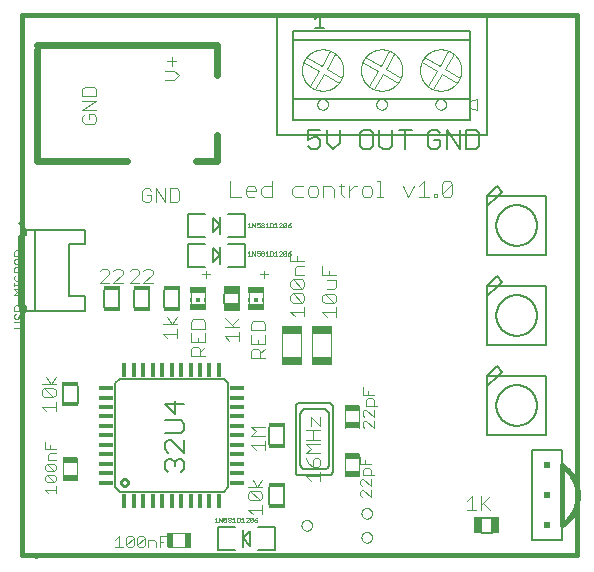
<source format=gto>
G75*
%MOIN*%
%OFA0B0*%
%FSLAX25Y25*%
%IPPOS*%
%LPD*%
%AMOC8*
5,1,8,0,0,1.08239X$1,22.5*
%
%ADD10C,0.00000*%
%ADD11C,0.01600*%
%ADD12C,0.00400*%
%ADD13C,0.00600*%
%ADD14R,0.05118X0.01969*%
%ADD15C,0.00300*%
%ADD16C,0.00800*%
%ADD17C,0.01000*%
%ADD18R,0.01574X0.04528*%
%ADD19R,0.01575X0.04528*%
%ADD20R,0.01575X0.04528*%
%ADD21R,0.04528X0.01574*%
%ADD22R,0.04528X0.01575*%
%ADD23R,0.04528X0.01575*%
%ADD24R,0.05600X0.01400*%
%ADD25R,0.01969X0.05118*%
%ADD26C,0.00500*%
%ADD27C,0.00200*%
%ADD28C,0.02400*%
%ADD29R,0.02000X0.02000*%
%ADD30R,0.02559X0.05512*%
%ADD31R,0.06693X0.02953*%
%ADD32C,0.00100*%
%ADD33R,0.00591X0.01181*%
%ADD34R,0.01181X0.01181*%
%ADD35R,0.05315X0.02362*%
%ADD36R,0.05512X0.02559*%
D10*
X0005500Y0003008D02*
X0010500Y0002008D01*
X0098750Y0013008D02*
X0098752Y0013091D01*
X0098758Y0013174D01*
X0098768Y0013257D01*
X0098782Y0013339D01*
X0098799Y0013421D01*
X0098821Y0013501D01*
X0098846Y0013580D01*
X0098875Y0013658D01*
X0098908Y0013735D01*
X0098945Y0013810D01*
X0098984Y0013883D01*
X0099028Y0013954D01*
X0099074Y0014023D01*
X0099124Y0014090D01*
X0099177Y0014154D01*
X0099233Y0014216D01*
X0099292Y0014275D01*
X0099354Y0014331D01*
X0099418Y0014384D01*
X0099485Y0014434D01*
X0099554Y0014480D01*
X0099625Y0014524D01*
X0099698Y0014563D01*
X0099773Y0014600D01*
X0099850Y0014633D01*
X0099928Y0014662D01*
X0100007Y0014687D01*
X0100087Y0014709D01*
X0100169Y0014726D01*
X0100251Y0014740D01*
X0100334Y0014750D01*
X0100417Y0014756D01*
X0100500Y0014758D01*
X0100583Y0014756D01*
X0100666Y0014750D01*
X0100749Y0014740D01*
X0100831Y0014726D01*
X0100913Y0014709D01*
X0100993Y0014687D01*
X0101072Y0014662D01*
X0101150Y0014633D01*
X0101227Y0014600D01*
X0101302Y0014563D01*
X0101375Y0014524D01*
X0101446Y0014480D01*
X0101515Y0014434D01*
X0101582Y0014384D01*
X0101646Y0014331D01*
X0101708Y0014275D01*
X0101767Y0014216D01*
X0101823Y0014154D01*
X0101876Y0014090D01*
X0101926Y0014023D01*
X0101972Y0013954D01*
X0102016Y0013883D01*
X0102055Y0013810D01*
X0102092Y0013735D01*
X0102125Y0013658D01*
X0102154Y0013580D01*
X0102179Y0013501D01*
X0102201Y0013421D01*
X0102218Y0013339D01*
X0102232Y0013257D01*
X0102242Y0013174D01*
X0102248Y0013091D01*
X0102250Y0013008D01*
X0102248Y0012925D01*
X0102242Y0012842D01*
X0102232Y0012759D01*
X0102218Y0012677D01*
X0102201Y0012595D01*
X0102179Y0012515D01*
X0102154Y0012436D01*
X0102125Y0012358D01*
X0102092Y0012281D01*
X0102055Y0012206D01*
X0102016Y0012133D01*
X0101972Y0012062D01*
X0101926Y0011993D01*
X0101876Y0011926D01*
X0101823Y0011862D01*
X0101767Y0011800D01*
X0101708Y0011741D01*
X0101646Y0011685D01*
X0101582Y0011632D01*
X0101515Y0011582D01*
X0101446Y0011536D01*
X0101375Y0011492D01*
X0101302Y0011453D01*
X0101227Y0011416D01*
X0101150Y0011383D01*
X0101072Y0011354D01*
X0100993Y0011329D01*
X0100913Y0011307D01*
X0100831Y0011290D01*
X0100749Y0011276D01*
X0100666Y0011266D01*
X0100583Y0011260D01*
X0100500Y0011258D01*
X0100417Y0011260D01*
X0100334Y0011266D01*
X0100251Y0011276D01*
X0100169Y0011290D01*
X0100087Y0011307D01*
X0100007Y0011329D01*
X0099928Y0011354D01*
X0099850Y0011383D01*
X0099773Y0011416D01*
X0099698Y0011453D01*
X0099625Y0011492D01*
X0099554Y0011536D01*
X0099485Y0011582D01*
X0099418Y0011632D01*
X0099354Y0011685D01*
X0099292Y0011741D01*
X0099233Y0011800D01*
X0099177Y0011862D01*
X0099124Y0011926D01*
X0099074Y0011993D01*
X0099028Y0012062D01*
X0098984Y0012133D01*
X0098945Y0012206D01*
X0098908Y0012281D01*
X0098875Y0012358D01*
X0098846Y0012436D01*
X0098821Y0012515D01*
X0098799Y0012595D01*
X0098782Y0012677D01*
X0098768Y0012759D01*
X0098758Y0012842D01*
X0098752Y0012925D01*
X0098750Y0013008D01*
X0118750Y0009008D02*
X0118752Y0009091D01*
X0118758Y0009174D01*
X0118768Y0009257D01*
X0118782Y0009339D01*
X0118799Y0009421D01*
X0118821Y0009501D01*
X0118846Y0009580D01*
X0118875Y0009658D01*
X0118908Y0009735D01*
X0118945Y0009810D01*
X0118984Y0009883D01*
X0119028Y0009954D01*
X0119074Y0010023D01*
X0119124Y0010090D01*
X0119177Y0010154D01*
X0119233Y0010216D01*
X0119292Y0010275D01*
X0119354Y0010331D01*
X0119418Y0010384D01*
X0119485Y0010434D01*
X0119554Y0010480D01*
X0119625Y0010524D01*
X0119698Y0010563D01*
X0119773Y0010600D01*
X0119850Y0010633D01*
X0119928Y0010662D01*
X0120007Y0010687D01*
X0120087Y0010709D01*
X0120169Y0010726D01*
X0120251Y0010740D01*
X0120334Y0010750D01*
X0120417Y0010756D01*
X0120500Y0010758D01*
X0120583Y0010756D01*
X0120666Y0010750D01*
X0120749Y0010740D01*
X0120831Y0010726D01*
X0120913Y0010709D01*
X0120993Y0010687D01*
X0121072Y0010662D01*
X0121150Y0010633D01*
X0121227Y0010600D01*
X0121302Y0010563D01*
X0121375Y0010524D01*
X0121446Y0010480D01*
X0121515Y0010434D01*
X0121582Y0010384D01*
X0121646Y0010331D01*
X0121708Y0010275D01*
X0121767Y0010216D01*
X0121823Y0010154D01*
X0121876Y0010090D01*
X0121926Y0010023D01*
X0121972Y0009954D01*
X0122016Y0009883D01*
X0122055Y0009810D01*
X0122092Y0009735D01*
X0122125Y0009658D01*
X0122154Y0009580D01*
X0122179Y0009501D01*
X0122201Y0009421D01*
X0122218Y0009339D01*
X0122232Y0009257D01*
X0122242Y0009174D01*
X0122248Y0009091D01*
X0122250Y0009008D01*
X0122248Y0008925D01*
X0122242Y0008842D01*
X0122232Y0008759D01*
X0122218Y0008677D01*
X0122201Y0008595D01*
X0122179Y0008515D01*
X0122154Y0008436D01*
X0122125Y0008358D01*
X0122092Y0008281D01*
X0122055Y0008206D01*
X0122016Y0008133D01*
X0121972Y0008062D01*
X0121926Y0007993D01*
X0121876Y0007926D01*
X0121823Y0007862D01*
X0121767Y0007800D01*
X0121708Y0007741D01*
X0121646Y0007685D01*
X0121582Y0007632D01*
X0121515Y0007582D01*
X0121446Y0007536D01*
X0121375Y0007492D01*
X0121302Y0007453D01*
X0121227Y0007416D01*
X0121150Y0007383D01*
X0121072Y0007354D01*
X0120993Y0007329D01*
X0120913Y0007307D01*
X0120831Y0007290D01*
X0120749Y0007276D01*
X0120666Y0007266D01*
X0120583Y0007260D01*
X0120500Y0007258D01*
X0120417Y0007260D01*
X0120334Y0007266D01*
X0120251Y0007276D01*
X0120169Y0007290D01*
X0120087Y0007307D01*
X0120007Y0007329D01*
X0119928Y0007354D01*
X0119850Y0007383D01*
X0119773Y0007416D01*
X0119698Y0007453D01*
X0119625Y0007492D01*
X0119554Y0007536D01*
X0119485Y0007582D01*
X0119418Y0007632D01*
X0119354Y0007685D01*
X0119292Y0007741D01*
X0119233Y0007800D01*
X0119177Y0007862D01*
X0119124Y0007926D01*
X0119074Y0007993D01*
X0119028Y0008062D01*
X0118984Y0008133D01*
X0118945Y0008206D01*
X0118908Y0008281D01*
X0118875Y0008358D01*
X0118846Y0008436D01*
X0118821Y0008515D01*
X0118799Y0008595D01*
X0118782Y0008677D01*
X0118768Y0008759D01*
X0118758Y0008842D01*
X0118752Y0008925D01*
X0118750Y0009008D01*
X0118750Y0017008D02*
X0118752Y0017091D01*
X0118758Y0017174D01*
X0118768Y0017257D01*
X0118782Y0017339D01*
X0118799Y0017421D01*
X0118821Y0017501D01*
X0118846Y0017580D01*
X0118875Y0017658D01*
X0118908Y0017735D01*
X0118945Y0017810D01*
X0118984Y0017883D01*
X0119028Y0017954D01*
X0119074Y0018023D01*
X0119124Y0018090D01*
X0119177Y0018154D01*
X0119233Y0018216D01*
X0119292Y0018275D01*
X0119354Y0018331D01*
X0119418Y0018384D01*
X0119485Y0018434D01*
X0119554Y0018480D01*
X0119625Y0018524D01*
X0119698Y0018563D01*
X0119773Y0018600D01*
X0119850Y0018633D01*
X0119928Y0018662D01*
X0120007Y0018687D01*
X0120087Y0018709D01*
X0120169Y0018726D01*
X0120251Y0018740D01*
X0120334Y0018750D01*
X0120417Y0018756D01*
X0120500Y0018758D01*
X0120583Y0018756D01*
X0120666Y0018750D01*
X0120749Y0018740D01*
X0120831Y0018726D01*
X0120913Y0018709D01*
X0120993Y0018687D01*
X0121072Y0018662D01*
X0121150Y0018633D01*
X0121227Y0018600D01*
X0121302Y0018563D01*
X0121375Y0018524D01*
X0121446Y0018480D01*
X0121515Y0018434D01*
X0121582Y0018384D01*
X0121646Y0018331D01*
X0121708Y0018275D01*
X0121767Y0018216D01*
X0121823Y0018154D01*
X0121876Y0018090D01*
X0121926Y0018023D01*
X0121972Y0017954D01*
X0122016Y0017883D01*
X0122055Y0017810D01*
X0122092Y0017735D01*
X0122125Y0017658D01*
X0122154Y0017580D01*
X0122179Y0017501D01*
X0122201Y0017421D01*
X0122218Y0017339D01*
X0122232Y0017257D01*
X0122242Y0017174D01*
X0122248Y0017091D01*
X0122250Y0017008D01*
X0122248Y0016925D01*
X0122242Y0016842D01*
X0122232Y0016759D01*
X0122218Y0016677D01*
X0122201Y0016595D01*
X0122179Y0016515D01*
X0122154Y0016436D01*
X0122125Y0016358D01*
X0122092Y0016281D01*
X0122055Y0016206D01*
X0122016Y0016133D01*
X0121972Y0016062D01*
X0121926Y0015993D01*
X0121876Y0015926D01*
X0121823Y0015862D01*
X0121767Y0015800D01*
X0121708Y0015741D01*
X0121646Y0015685D01*
X0121582Y0015632D01*
X0121515Y0015582D01*
X0121446Y0015536D01*
X0121375Y0015492D01*
X0121302Y0015453D01*
X0121227Y0015416D01*
X0121150Y0015383D01*
X0121072Y0015354D01*
X0120993Y0015329D01*
X0120913Y0015307D01*
X0120831Y0015290D01*
X0120749Y0015276D01*
X0120666Y0015266D01*
X0120583Y0015260D01*
X0120500Y0015258D01*
X0120417Y0015260D01*
X0120334Y0015266D01*
X0120251Y0015276D01*
X0120169Y0015290D01*
X0120087Y0015307D01*
X0120007Y0015329D01*
X0119928Y0015354D01*
X0119850Y0015383D01*
X0119773Y0015416D01*
X0119698Y0015453D01*
X0119625Y0015492D01*
X0119554Y0015536D01*
X0119485Y0015582D01*
X0119418Y0015632D01*
X0119354Y0015685D01*
X0119292Y0015741D01*
X0119233Y0015800D01*
X0119177Y0015862D01*
X0119124Y0015926D01*
X0119074Y0015993D01*
X0119028Y0016062D01*
X0118984Y0016133D01*
X0118945Y0016206D01*
X0118908Y0016281D01*
X0118875Y0016358D01*
X0118846Y0016436D01*
X0118821Y0016515D01*
X0118799Y0016595D01*
X0118782Y0016677D01*
X0118768Y0016759D01*
X0118758Y0016842D01*
X0118752Y0016925D01*
X0118750Y0017008D01*
D11*
X0005500Y0003008D02*
X0005500Y0183008D01*
X0190500Y0183008D01*
X0190500Y0003008D01*
X0005500Y0003008D01*
X0185500Y0013008D02*
X0185741Y0013173D01*
X0185977Y0013343D01*
X0186210Y0013520D01*
X0186438Y0013701D01*
X0186661Y0013889D01*
X0186880Y0014081D01*
X0187095Y0014279D01*
X0187304Y0014482D01*
X0187508Y0014690D01*
X0187708Y0014903D01*
X0187902Y0015121D01*
X0188090Y0015343D01*
X0188274Y0015570D01*
X0188451Y0015801D01*
X0188623Y0016037D01*
X0188790Y0016276D01*
X0188950Y0016520D01*
X0189105Y0016767D01*
X0189253Y0017018D01*
X0189395Y0017273D01*
X0189531Y0017531D01*
X0189661Y0017792D01*
X0189784Y0018056D01*
X0189901Y0018323D01*
X0190012Y0018593D01*
X0190116Y0018866D01*
X0190213Y0019141D01*
X0190303Y0019418D01*
X0190387Y0019697D01*
X0190464Y0019979D01*
X0190534Y0020262D01*
X0190597Y0020547D01*
X0190653Y0020833D01*
X0190703Y0021120D01*
X0190745Y0021409D01*
X0190780Y0021698D01*
X0190809Y0021988D01*
X0190830Y0022279D01*
X0190844Y0022571D01*
X0190851Y0022862D01*
X0190851Y0023154D01*
X0190844Y0023445D01*
X0190830Y0023737D01*
X0190809Y0024028D01*
X0190780Y0024318D01*
X0190745Y0024607D01*
X0190703Y0024896D01*
X0190653Y0025183D01*
X0190597Y0025469D01*
X0190534Y0025754D01*
X0190464Y0026037D01*
X0190387Y0026319D01*
X0190303Y0026598D01*
X0190213Y0026875D01*
X0190116Y0027150D01*
X0190012Y0027423D01*
X0189901Y0027693D01*
X0189784Y0027960D01*
X0189661Y0028224D01*
X0189531Y0028485D01*
X0189395Y0028743D01*
X0189253Y0028998D01*
X0189105Y0029249D01*
X0188950Y0029496D01*
X0188790Y0029740D01*
X0188623Y0029979D01*
X0188451Y0030215D01*
X0188274Y0030446D01*
X0188090Y0030673D01*
X0187902Y0030895D01*
X0187708Y0031113D01*
X0187508Y0031326D01*
X0187304Y0031534D01*
X0187095Y0031737D01*
X0186880Y0031935D01*
X0186661Y0032127D01*
X0186438Y0032315D01*
X0186210Y0032496D01*
X0185977Y0032673D01*
X0185741Y0032843D01*
X0185500Y0033008D01*
X0185500Y0013008D01*
D12*
X0161665Y0018208D02*
X0159363Y0020510D01*
X0158596Y0019743D02*
X0161665Y0022812D01*
X0158596Y0022812D02*
X0158596Y0018208D01*
X0157061Y0018208D02*
X0153992Y0018208D01*
X0155527Y0018208D02*
X0155527Y0022812D01*
X0153992Y0021278D01*
X0117862Y0029367D02*
X0117862Y0036650D01*
X0113138Y0036650D02*
X0113138Y0029367D01*
X0104946Y0029322D02*
X0100342Y0029322D01*
X0101876Y0027787D01*
X0104946Y0027787D02*
X0104946Y0030856D01*
X0104178Y0032391D02*
X0104946Y0033158D01*
X0104946Y0034693D01*
X0104178Y0035460D01*
X0103411Y0035460D01*
X0102644Y0034693D01*
X0102644Y0032391D01*
X0104178Y0032391D01*
X0102644Y0032391D02*
X0101109Y0033926D01*
X0100342Y0035460D01*
X0100342Y0036995D02*
X0101876Y0038530D01*
X0100342Y0040064D01*
X0104946Y0040064D01*
X0104946Y0041599D02*
X0100342Y0041599D01*
X0102644Y0041599D02*
X0102644Y0044668D01*
X0101876Y0046203D02*
X0101876Y0049272D01*
X0104946Y0046203D01*
X0104946Y0049272D01*
X0104946Y0044668D02*
X0100342Y0044668D01*
X0100342Y0036995D02*
X0104946Y0036995D01*
X0113138Y0045617D02*
X0113138Y0052900D01*
X0117862Y0052900D02*
X0117862Y0045617D01*
X0086550Y0045882D02*
X0081946Y0045882D01*
X0083481Y0044347D01*
X0081946Y0042812D01*
X0086550Y0042812D01*
X0086550Y0041278D02*
X0086550Y0038208D01*
X0086550Y0039743D02*
X0081946Y0039743D01*
X0083481Y0038208D01*
X0082481Y0028218D02*
X0084015Y0025916D01*
X0085550Y0028218D01*
X0085550Y0025916D02*
X0080946Y0025916D01*
X0081713Y0024382D02*
X0084783Y0021312D01*
X0085550Y0022080D01*
X0085550Y0023614D01*
X0084783Y0024382D01*
X0081713Y0024382D01*
X0080946Y0023614D01*
X0080946Y0022080D01*
X0081713Y0021312D01*
X0084783Y0021312D01*
X0085550Y0019778D02*
X0085550Y0016708D01*
X0085550Y0018243D02*
X0080946Y0018243D01*
X0082481Y0016708D01*
X0061642Y0010371D02*
X0054358Y0010371D01*
X0054358Y0005646D02*
X0061642Y0005646D01*
X0024112Y0028117D02*
X0024112Y0035400D01*
X0019388Y0035400D02*
X0019388Y0028117D01*
X0016800Y0051083D02*
X0016800Y0054153D01*
X0016800Y0052618D02*
X0012196Y0052618D01*
X0013731Y0051083D01*
X0012963Y0055687D02*
X0012196Y0056455D01*
X0012196Y0057989D01*
X0012963Y0058757D01*
X0016033Y0055687D01*
X0016800Y0056455D01*
X0016800Y0057989D01*
X0016033Y0058757D01*
X0012963Y0058757D01*
X0012196Y0060291D02*
X0016800Y0060291D01*
X0015265Y0060291D02*
X0013731Y0062593D01*
X0015265Y0060291D02*
X0016800Y0062593D01*
X0016033Y0055687D02*
X0012963Y0055687D01*
X0052571Y0076927D02*
X0054106Y0075393D01*
X0052571Y0076927D02*
X0057175Y0076927D01*
X0057175Y0075393D02*
X0057175Y0078462D01*
X0057175Y0079997D02*
X0052571Y0079997D01*
X0054106Y0082299D02*
X0055640Y0079997D01*
X0057175Y0082299D01*
X0061946Y0080906D02*
X0061946Y0078604D01*
X0066550Y0078604D01*
X0066550Y0080906D01*
X0065783Y0081674D01*
X0062713Y0081674D01*
X0061946Y0080906D01*
X0061946Y0077070D02*
X0061946Y0074000D01*
X0066550Y0074000D01*
X0066550Y0077070D01*
X0064248Y0075535D02*
X0064248Y0074000D01*
X0064248Y0072466D02*
X0065015Y0071698D01*
X0065015Y0069397D01*
X0065015Y0070931D02*
X0066550Y0072466D01*
X0064248Y0072466D02*
X0062713Y0072466D01*
X0061946Y0071698D01*
X0061946Y0069397D01*
X0066550Y0069397D01*
X0073196Y0075993D02*
X0077800Y0075993D01*
X0077800Y0074458D02*
X0077800Y0077528D01*
X0077800Y0079062D02*
X0073196Y0079062D01*
X0075498Y0079830D02*
X0077800Y0082132D01*
X0076265Y0079062D02*
X0073196Y0082132D01*
X0073196Y0075993D02*
X0074731Y0074458D01*
X0081946Y0073375D02*
X0086550Y0073375D01*
X0086550Y0076445D01*
X0086550Y0077979D02*
X0086550Y0080281D01*
X0085783Y0081049D01*
X0082713Y0081049D01*
X0081946Y0080281D01*
X0081946Y0077979D01*
X0086550Y0077979D01*
X0084248Y0074910D02*
X0084248Y0073375D01*
X0084248Y0071841D02*
X0085015Y0071073D01*
X0085015Y0068772D01*
X0085015Y0070306D02*
X0086550Y0071841D01*
X0084248Y0071841D02*
X0082713Y0071841D01*
X0081946Y0071073D01*
X0081946Y0068772D01*
X0086550Y0068772D01*
X0092402Y0069209D02*
X0092402Y0076808D01*
X0098598Y0076808D02*
X0098598Y0069209D01*
X0102402Y0069209D02*
X0102402Y0076808D01*
X0108598Y0076808D02*
X0108598Y0069209D01*
X0107231Y0082583D02*
X0105696Y0084118D01*
X0110300Y0084118D01*
X0110300Y0082583D02*
X0110300Y0085653D01*
X0109533Y0087187D02*
X0106463Y0087187D01*
X0105696Y0087955D01*
X0105696Y0089489D01*
X0106463Y0090257D01*
X0109533Y0087187D01*
X0110300Y0087955D01*
X0110300Y0089489D01*
X0109533Y0090257D01*
X0106463Y0090257D01*
X0107231Y0091791D02*
X0109533Y0091791D01*
X0110300Y0092558D01*
X0110300Y0094860D01*
X0107231Y0094860D01*
X0107998Y0096395D02*
X0107998Y0097930D01*
X0105696Y0096395D02*
X0105696Y0099464D01*
X0105696Y0096395D02*
X0110300Y0096395D01*
X0099675Y0096500D02*
X0096606Y0096500D01*
X0096606Y0098802D01*
X0097373Y0099570D01*
X0099675Y0099570D01*
X0099675Y0101104D02*
X0095071Y0101104D01*
X0095071Y0104174D01*
X0097373Y0102639D02*
X0097373Y0101104D01*
X0095838Y0094966D02*
X0098908Y0091897D01*
X0099675Y0092664D01*
X0099675Y0094198D01*
X0098908Y0094966D01*
X0095838Y0094966D01*
X0095071Y0094198D01*
X0095071Y0092664D01*
X0095838Y0091897D01*
X0098908Y0091897D01*
X0098908Y0090362D02*
X0095838Y0090362D01*
X0098908Y0087293D01*
X0099675Y0088060D01*
X0099675Y0089595D01*
X0098908Y0090362D01*
X0095838Y0090362D02*
X0095071Y0089595D01*
X0095071Y0088060D01*
X0095838Y0087293D01*
X0098908Y0087293D01*
X0099675Y0085758D02*
X0099675Y0082689D01*
X0099675Y0084223D02*
X0095071Y0084223D01*
X0096606Y0082689D01*
X0086086Y0086862D02*
X0086086Y0090405D01*
X0081164Y0090503D02*
X0081164Y0086862D01*
X0066711Y0086862D02*
X0066711Y0090405D01*
X0061789Y0090503D02*
X0061789Y0086862D01*
X0049165Y0093833D02*
X0046096Y0093833D01*
X0049165Y0096903D01*
X0049165Y0097670D01*
X0048398Y0098437D01*
X0046863Y0098437D01*
X0046096Y0097670D01*
X0044561Y0097670D02*
X0044561Y0096903D01*
X0041492Y0093833D01*
X0044561Y0093833D01*
X0044561Y0097670D02*
X0043794Y0098437D01*
X0042259Y0098437D01*
X0041492Y0097670D01*
X0039165Y0097670D02*
X0039165Y0096903D01*
X0036096Y0093833D01*
X0039165Y0093833D01*
X0034561Y0093833D02*
X0031492Y0093833D01*
X0034561Y0096903D01*
X0034561Y0097670D01*
X0033794Y0098437D01*
X0032259Y0098437D01*
X0031492Y0097670D01*
X0036096Y0097670D02*
X0036863Y0098437D01*
X0038398Y0098437D01*
X0039165Y0097670D01*
X0046467Y0120708D02*
X0048002Y0120708D01*
X0048769Y0121476D01*
X0048769Y0123010D01*
X0047235Y0123010D01*
X0048769Y0124545D02*
X0048002Y0125312D01*
X0046467Y0125312D01*
X0045700Y0124545D01*
X0045700Y0121476D01*
X0046467Y0120708D01*
X0050304Y0120708D02*
X0050304Y0125312D01*
X0053373Y0120708D01*
X0053373Y0125312D01*
X0054908Y0125312D02*
X0057210Y0125312D01*
X0057977Y0124545D01*
X0057977Y0121476D01*
X0057210Y0120708D01*
X0054908Y0120708D01*
X0054908Y0125312D01*
X0075073Y0127813D02*
X0075073Y0122608D01*
X0078542Y0122608D01*
X0080229Y0123476D02*
X0080229Y0125211D01*
X0081096Y0126078D01*
X0082831Y0126078D01*
X0083699Y0125211D01*
X0083699Y0124343D01*
X0080229Y0124343D01*
X0080229Y0123476D02*
X0081096Y0122608D01*
X0082831Y0122608D01*
X0085385Y0123476D02*
X0085385Y0125211D01*
X0086253Y0126078D01*
X0088855Y0126078D01*
X0088855Y0127813D02*
X0088855Y0122608D01*
X0086253Y0122608D01*
X0085385Y0123476D01*
X0095698Y0123476D02*
X0096566Y0122608D01*
X0099168Y0122608D01*
X0100855Y0123476D02*
X0101722Y0122608D01*
X0103457Y0122608D01*
X0104324Y0123476D01*
X0104324Y0125211D01*
X0103457Y0126078D01*
X0101722Y0126078D01*
X0100855Y0125211D01*
X0100855Y0123476D01*
X0099168Y0126078D02*
X0096566Y0126078D01*
X0095698Y0125211D01*
X0095698Y0123476D01*
X0106011Y0122608D02*
X0106011Y0126078D01*
X0108613Y0126078D01*
X0109481Y0125211D01*
X0109481Y0122608D01*
X0112035Y0123476D02*
X0112902Y0122608D01*
X0112035Y0123476D02*
X0112035Y0126945D01*
X0111167Y0126078D02*
X0112902Y0126078D01*
X0114605Y0126078D02*
X0114605Y0122608D01*
X0114605Y0124343D02*
X0116340Y0126078D01*
X0117207Y0126078D01*
X0118902Y0125211D02*
X0118902Y0123476D01*
X0119769Y0122608D01*
X0121504Y0122608D01*
X0122372Y0123476D01*
X0122372Y0125211D01*
X0121504Y0126078D01*
X0119769Y0126078D01*
X0118902Y0125211D01*
X0124058Y0127813D02*
X0124926Y0127813D01*
X0124926Y0122608D01*
X0125793Y0122608D02*
X0124058Y0122608D01*
X0132652Y0126078D02*
X0134387Y0122608D01*
X0136122Y0126078D01*
X0137809Y0126078D02*
X0139544Y0127813D01*
X0139544Y0122608D01*
X0141278Y0122608D02*
X0137809Y0122608D01*
X0142965Y0122608D02*
X0143833Y0122608D01*
X0143833Y0123476D01*
X0142965Y0123476D01*
X0142965Y0122608D01*
X0145543Y0123476D02*
X0149013Y0126945D01*
X0149013Y0123476D01*
X0148146Y0122608D01*
X0146411Y0122608D01*
X0145543Y0123476D01*
X0145543Y0126945D01*
X0146411Y0127813D01*
X0148146Y0127813D01*
X0149013Y0126945D01*
X0081946Y0076445D02*
X0081946Y0073375D01*
X0029533Y0146897D02*
X0026463Y0146897D01*
X0025696Y0147664D01*
X0025696Y0149198D01*
X0026463Y0149966D01*
X0027998Y0149966D02*
X0027998Y0148431D01*
X0027998Y0149966D02*
X0029533Y0149966D01*
X0030300Y0149198D01*
X0030300Y0147664D01*
X0029533Y0146897D01*
X0030300Y0151500D02*
X0025696Y0151500D01*
X0030300Y0154570D01*
X0025696Y0154570D01*
X0025696Y0156104D02*
X0025696Y0158406D01*
X0026463Y0159174D01*
X0029533Y0159174D01*
X0030300Y0158406D01*
X0030300Y0156104D01*
X0025696Y0156104D01*
X0053196Y0161500D02*
X0056265Y0161500D01*
X0057800Y0163035D01*
X0056265Y0164570D01*
X0053196Y0164570D01*
X0055498Y0166104D02*
X0055498Y0169174D01*
X0053963Y0167639D02*
X0057033Y0167639D01*
D13*
X0095972Y0174859D02*
X0095972Y0155056D01*
X0155028Y0155056D01*
X0155028Y0154524D01*
X0155028Y0152201D01*
X0155028Y0148245D01*
X0095972Y0148245D01*
X0095972Y0155056D01*
X0100800Y0144714D02*
X0100800Y0141511D01*
X0102935Y0142579D01*
X0104003Y0142579D01*
X0105070Y0141511D01*
X0105070Y0139376D01*
X0104003Y0138308D01*
X0101868Y0138308D01*
X0100800Y0139376D01*
X0107245Y0140443D02*
X0109381Y0138308D01*
X0111516Y0140443D01*
X0111516Y0144714D01*
X0107245Y0144714D02*
X0107245Y0140443D01*
X0105070Y0144714D02*
X0100800Y0144714D01*
X0118300Y0143646D02*
X0118300Y0139376D01*
X0119368Y0138308D01*
X0121503Y0138308D01*
X0122570Y0139376D01*
X0122570Y0143646D01*
X0121503Y0144714D01*
X0119368Y0144714D01*
X0118300Y0143646D01*
X0124745Y0144714D02*
X0124745Y0139376D01*
X0125813Y0138308D01*
X0127948Y0138308D01*
X0129016Y0139376D01*
X0129016Y0144714D01*
X0131191Y0144714D02*
X0135461Y0144714D01*
X0133326Y0144714D02*
X0133326Y0138308D01*
X0140800Y0139376D02*
X0141868Y0138308D01*
X0144003Y0138308D01*
X0145070Y0139376D01*
X0145070Y0141511D01*
X0142935Y0141511D01*
X0140800Y0143646D02*
X0140800Y0139376D01*
X0140800Y0143646D02*
X0141868Y0144714D01*
X0144003Y0144714D01*
X0145070Y0143646D01*
X0147245Y0144714D02*
X0151516Y0138308D01*
X0151516Y0144714D01*
X0153691Y0144714D02*
X0156894Y0144714D01*
X0157961Y0143646D01*
X0157961Y0139376D01*
X0156894Y0138308D01*
X0153691Y0138308D01*
X0153691Y0144714D01*
X0147245Y0144714D02*
X0147245Y0138308D01*
X0155028Y0155056D02*
X0155028Y0174859D01*
X0095972Y0174859D01*
X0095972Y0177772D01*
X0155028Y0177772D01*
X0155028Y0174859D01*
X0078000Y0090248D02*
X0078000Y0087019D01*
X0073000Y0087019D02*
X0073000Y0090248D01*
X0058000Y0091433D02*
X0058000Y0085833D01*
X0053000Y0085833D02*
X0053000Y0091433D01*
X0048000Y0091433D02*
X0048000Y0085833D01*
X0043000Y0085833D02*
X0043000Y0091433D01*
X0038000Y0091433D02*
X0038000Y0085833D01*
X0033000Y0085833D02*
X0033000Y0091433D01*
X0024250Y0059558D02*
X0024250Y0053958D01*
X0019250Y0053958D02*
X0019250Y0059558D01*
X0053263Y0053348D02*
X0056466Y0050145D01*
X0056466Y0054415D01*
X0059669Y0053348D02*
X0053263Y0053348D01*
X0053263Y0047970D02*
X0058601Y0047970D01*
X0059669Y0046902D01*
X0059669Y0044767D01*
X0058601Y0043699D01*
X0053263Y0043699D01*
X0054331Y0041524D02*
X0053263Y0040457D01*
X0053263Y0038321D01*
X0054331Y0037254D01*
X0054331Y0035079D02*
X0053263Y0034011D01*
X0053263Y0031876D01*
X0054331Y0030808D01*
X0056466Y0032943D02*
X0056466Y0034011D01*
X0057534Y0035079D01*
X0058601Y0035079D01*
X0059669Y0034011D01*
X0059669Y0031876D01*
X0058601Y0030808D01*
X0056466Y0034011D02*
X0055399Y0035079D01*
X0054331Y0035079D01*
X0059669Y0037254D02*
X0055399Y0041524D01*
X0054331Y0041524D01*
X0059669Y0041524D02*
X0059669Y0037254D01*
X0088000Y0040208D02*
X0088000Y0045808D01*
X0093000Y0045808D02*
X0093000Y0040208D01*
X0093000Y0025808D02*
X0093000Y0020208D01*
X0088000Y0020208D02*
X0088000Y0025808D01*
X0158886Y0015508D02*
X0162114Y0015508D01*
X0162114Y0010508D02*
X0158886Y0010508D01*
D14*
X0115500Y0030056D03*
X0115500Y0035961D03*
X0115500Y0046306D03*
X0115500Y0052211D03*
X0021750Y0034711D03*
X0021750Y0028806D03*
D15*
X0016870Y0029214D02*
X0016870Y0027980D01*
X0016252Y0027363D01*
X0013784Y0029832D01*
X0016252Y0029832D01*
X0016870Y0029214D01*
X0016252Y0031046D02*
X0013784Y0031046D01*
X0013167Y0031663D01*
X0013167Y0032897D01*
X0013784Y0033515D01*
X0016252Y0031046D01*
X0016870Y0031663D01*
X0016870Y0032897D01*
X0016252Y0033515D01*
X0013784Y0033515D01*
X0014401Y0034729D02*
X0014401Y0036581D01*
X0015018Y0037198D01*
X0016870Y0037198D01*
X0016870Y0038412D02*
X0013167Y0038412D01*
X0013167Y0040881D01*
X0015018Y0039647D02*
X0015018Y0038412D01*
X0014401Y0034729D02*
X0016870Y0034729D01*
X0013784Y0029832D02*
X0013167Y0029214D01*
X0013167Y0027980D01*
X0013784Y0027363D01*
X0016252Y0027363D01*
X0016870Y0026148D02*
X0016870Y0023680D01*
X0016870Y0024914D02*
X0013167Y0024914D01*
X0014401Y0023680D01*
X0036713Y0008147D02*
X0037947Y0009381D01*
X0037947Y0005678D01*
X0036713Y0005678D02*
X0039182Y0005678D01*
X0040396Y0006295D02*
X0040396Y0008764D01*
X0041013Y0009381D01*
X0042248Y0009381D01*
X0042865Y0008764D01*
X0040396Y0006295D01*
X0041013Y0005678D01*
X0042248Y0005678D01*
X0042865Y0006295D01*
X0042865Y0008764D01*
X0044079Y0008764D02*
X0044696Y0009381D01*
X0045931Y0009381D01*
X0046548Y0008764D01*
X0044079Y0006295D01*
X0044696Y0005678D01*
X0045931Y0005678D01*
X0046548Y0006295D01*
X0046548Y0008764D01*
X0047762Y0008147D02*
X0049614Y0008147D01*
X0050231Y0007530D01*
X0050231Y0005678D01*
X0051446Y0005678D02*
X0051446Y0009381D01*
X0053914Y0009381D01*
X0052680Y0007530D02*
X0051446Y0007530D01*
X0047762Y0008147D02*
X0047762Y0005678D01*
X0044079Y0006295D02*
X0044079Y0008764D01*
X0118167Y0022980D02*
X0118784Y0022363D01*
X0118167Y0022980D02*
X0118167Y0024214D01*
X0118784Y0024832D01*
X0119401Y0024832D01*
X0121870Y0022363D01*
X0121870Y0024832D01*
X0121870Y0026046D02*
X0119401Y0028515D01*
X0118784Y0028515D01*
X0118167Y0027897D01*
X0118167Y0026663D01*
X0118784Y0026046D01*
X0121870Y0026046D02*
X0121870Y0028515D01*
X0121870Y0029729D02*
X0121870Y0031581D01*
X0121252Y0032198D01*
X0120018Y0032198D01*
X0119401Y0031581D01*
X0119401Y0029729D01*
X0123104Y0029729D01*
X0121870Y0033412D02*
X0118167Y0033412D01*
X0118167Y0035881D01*
X0120018Y0034647D02*
X0120018Y0033412D01*
X0119744Y0045471D02*
X0119127Y0046089D01*
X0119127Y0047323D01*
X0119744Y0047940D01*
X0120362Y0047940D01*
X0122830Y0045471D01*
X0122830Y0047940D01*
X0122830Y0049154D02*
X0120362Y0051623D01*
X0119744Y0051623D01*
X0119127Y0051006D01*
X0119127Y0049772D01*
X0119744Y0049154D01*
X0122830Y0049154D02*
X0122830Y0051623D01*
X0122830Y0052838D02*
X0122830Y0054689D01*
X0122213Y0055306D01*
X0120979Y0055306D01*
X0120362Y0054689D01*
X0120362Y0052838D01*
X0124065Y0052838D01*
X0122830Y0056521D02*
X0119127Y0056521D01*
X0119127Y0058990D01*
X0120979Y0057755D02*
X0120979Y0056521D01*
X0086326Y0095401D02*
X0086326Y0097869D01*
X0085092Y0096635D02*
X0087561Y0096635D01*
X0068186Y0096635D02*
X0065717Y0096635D01*
X0066951Y0097869D02*
X0066951Y0095401D01*
X0104043Y0153363D02*
X0104045Y0153447D01*
X0104051Y0153530D01*
X0104061Y0153613D01*
X0104075Y0153696D01*
X0104092Y0153778D01*
X0104114Y0153859D01*
X0104139Y0153938D01*
X0104168Y0154017D01*
X0104201Y0154094D01*
X0104237Y0154169D01*
X0104277Y0154243D01*
X0104320Y0154315D01*
X0104367Y0154384D01*
X0104417Y0154451D01*
X0104470Y0154516D01*
X0104526Y0154578D01*
X0104584Y0154638D01*
X0104646Y0154695D01*
X0104710Y0154748D01*
X0104777Y0154799D01*
X0104846Y0154846D01*
X0104917Y0154891D01*
X0104990Y0154931D01*
X0105065Y0154968D01*
X0105142Y0155002D01*
X0105220Y0155032D01*
X0105299Y0155058D01*
X0105380Y0155081D01*
X0105462Y0155099D01*
X0105544Y0155114D01*
X0105627Y0155125D01*
X0105710Y0155132D01*
X0105794Y0155135D01*
X0105878Y0155134D01*
X0105961Y0155129D01*
X0106045Y0155120D01*
X0106127Y0155107D01*
X0106209Y0155091D01*
X0106290Y0155070D01*
X0106371Y0155046D01*
X0106449Y0155018D01*
X0106527Y0154986D01*
X0106603Y0154950D01*
X0106677Y0154911D01*
X0106749Y0154869D01*
X0106819Y0154823D01*
X0106887Y0154774D01*
X0106952Y0154722D01*
X0107015Y0154667D01*
X0107075Y0154609D01*
X0107133Y0154548D01*
X0107187Y0154484D01*
X0107239Y0154418D01*
X0107287Y0154350D01*
X0107332Y0154279D01*
X0107373Y0154206D01*
X0107412Y0154132D01*
X0107446Y0154056D01*
X0107477Y0153978D01*
X0107504Y0153899D01*
X0107528Y0153818D01*
X0107547Y0153737D01*
X0107563Y0153655D01*
X0107575Y0153572D01*
X0107583Y0153488D01*
X0107587Y0153405D01*
X0107587Y0153321D01*
X0107583Y0153238D01*
X0107575Y0153154D01*
X0107563Y0153071D01*
X0107547Y0152989D01*
X0107528Y0152908D01*
X0107504Y0152827D01*
X0107477Y0152748D01*
X0107446Y0152670D01*
X0107412Y0152594D01*
X0107373Y0152520D01*
X0107332Y0152447D01*
X0107287Y0152376D01*
X0107239Y0152308D01*
X0107187Y0152242D01*
X0107133Y0152178D01*
X0107075Y0152117D01*
X0107015Y0152059D01*
X0106952Y0152004D01*
X0106887Y0151952D01*
X0106819Y0151903D01*
X0106749Y0151857D01*
X0106677Y0151815D01*
X0106603Y0151776D01*
X0106527Y0151740D01*
X0106449Y0151708D01*
X0106371Y0151680D01*
X0106290Y0151656D01*
X0106209Y0151635D01*
X0106127Y0151619D01*
X0106045Y0151606D01*
X0105961Y0151597D01*
X0105878Y0151592D01*
X0105794Y0151591D01*
X0105710Y0151594D01*
X0105627Y0151601D01*
X0105544Y0151612D01*
X0105462Y0151627D01*
X0105380Y0151645D01*
X0105299Y0151668D01*
X0105220Y0151694D01*
X0105142Y0151724D01*
X0105065Y0151758D01*
X0104990Y0151795D01*
X0104917Y0151835D01*
X0104846Y0151880D01*
X0104777Y0151927D01*
X0104710Y0151978D01*
X0104646Y0152031D01*
X0104584Y0152088D01*
X0104526Y0152148D01*
X0104470Y0152210D01*
X0104417Y0152275D01*
X0104367Y0152342D01*
X0104320Y0152411D01*
X0104277Y0152483D01*
X0104237Y0152557D01*
X0104201Y0152632D01*
X0104168Y0152709D01*
X0104139Y0152788D01*
X0104114Y0152867D01*
X0104092Y0152948D01*
X0104075Y0153030D01*
X0104061Y0153113D01*
X0104051Y0153196D01*
X0104045Y0153279D01*
X0104043Y0153363D01*
X0103256Y0158382D02*
X0106177Y0163434D01*
X0111228Y0160516D01*
X0112213Y0162221D02*
X0107161Y0165142D01*
X0110079Y0170193D01*
X0108374Y0171178D02*
X0105453Y0166126D01*
X0100402Y0169044D01*
X0099417Y0167339D02*
X0104469Y0164418D01*
X0101551Y0159367D01*
X0098925Y0164780D02*
X0098927Y0164949D01*
X0098933Y0165118D01*
X0098944Y0165287D01*
X0098958Y0165455D01*
X0098977Y0165623D01*
X0099000Y0165791D01*
X0099026Y0165958D01*
X0099057Y0166124D01*
X0099092Y0166290D01*
X0099131Y0166454D01*
X0099175Y0166618D01*
X0099222Y0166780D01*
X0099273Y0166941D01*
X0099328Y0167101D01*
X0099387Y0167260D01*
X0099449Y0167417D01*
X0099516Y0167572D01*
X0099587Y0167726D01*
X0099661Y0167878D01*
X0099739Y0168028D01*
X0099820Y0168176D01*
X0099905Y0168322D01*
X0099994Y0168466D01*
X0100086Y0168608D01*
X0100182Y0168747D01*
X0100281Y0168884D01*
X0100383Y0169019D01*
X0100489Y0169151D01*
X0100598Y0169280D01*
X0100710Y0169407D01*
X0100825Y0169531D01*
X0100943Y0169652D01*
X0101064Y0169770D01*
X0101188Y0169885D01*
X0101315Y0169997D01*
X0101444Y0170106D01*
X0101576Y0170212D01*
X0101711Y0170314D01*
X0101848Y0170413D01*
X0101987Y0170509D01*
X0102129Y0170601D01*
X0102273Y0170690D01*
X0102419Y0170775D01*
X0102567Y0170856D01*
X0102717Y0170934D01*
X0102869Y0171008D01*
X0103023Y0171079D01*
X0103178Y0171146D01*
X0103335Y0171208D01*
X0103494Y0171267D01*
X0103654Y0171322D01*
X0103815Y0171373D01*
X0103977Y0171420D01*
X0104141Y0171464D01*
X0104305Y0171503D01*
X0104471Y0171538D01*
X0104637Y0171569D01*
X0104804Y0171595D01*
X0104972Y0171618D01*
X0105140Y0171637D01*
X0105308Y0171651D01*
X0105477Y0171662D01*
X0105646Y0171668D01*
X0105815Y0171670D01*
X0105984Y0171668D01*
X0106153Y0171662D01*
X0106322Y0171651D01*
X0106490Y0171637D01*
X0106658Y0171618D01*
X0106826Y0171595D01*
X0106993Y0171569D01*
X0107159Y0171538D01*
X0107325Y0171503D01*
X0107489Y0171464D01*
X0107653Y0171420D01*
X0107815Y0171373D01*
X0107976Y0171322D01*
X0108136Y0171267D01*
X0108295Y0171208D01*
X0108452Y0171146D01*
X0108607Y0171079D01*
X0108761Y0171008D01*
X0108913Y0170934D01*
X0109063Y0170856D01*
X0109211Y0170775D01*
X0109357Y0170690D01*
X0109501Y0170601D01*
X0109643Y0170509D01*
X0109782Y0170413D01*
X0109919Y0170314D01*
X0110054Y0170212D01*
X0110186Y0170106D01*
X0110315Y0169997D01*
X0110442Y0169885D01*
X0110566Y0169770D01*
X0110687Y0169652D01*
X0110805Y0169531D01*
X0110920Y0169407D01*
X0111032Y0169280D01*
X0111141Y0169151D01*
X0111247Y0169019D01*
X0111349Y0168884D01*
X0111448Y0168747D01*
X0111544Y0168608D01*
X0111636Y0168466D01*
X0111725Y0168322D01*
X0111810Y0168176D01*
X0111891Y0168028D01*
X0111969Y0167878D01*
X0112043Y0167726D01*
X0112114Y0167572D01*
X0112181Y0167417D01*
X0112243Y0167260D01*
X0112302Y0167101D01*
X0112357Y0166941D01*
X0112408Y0166780D01*
X0112455Y0166618D01*
X0112499Y0166454D01*
X0112538Y0166290D01*
X0112573Y0166124D01*
X0112604Y0165958D01*
X0112630Y0165791D01*
X0112653Y0165623D01*
X0112672Y0165455D01*
X0112686Y0165287D01*
X0112697Y0165118D01*
X0112703Y0164949D01*
X0112705Y0164780D01*
X0112703Y0164611D01*
X0112697Y0164442D01*
X0112686Y0164273D01*
X0112672Y0164105D01*
X0112653Y0163937D01*
X0112630Y0163769D01*
X0112604Y0163602D01*
X0112573Y0163436D01*
X0112538Y0163270D01*
X0112499Y0163106D01*
X0112455Y0162942D01*
X0112408Y0162780D01*
X0112357Y0162619D01*
X0112302Y0162459D01*
X0112243Y0162300D01*
X0112181Y0162143D01*
X0112114Y0161988D01*
X0112043Y0161834D01*
X0111969Y0161682D01*
X0111891Y0161532D01*
X0111810Y0161384D01*
X0111725Y0161238D01*
X0111636Y0161094D01*
X0111544Y0160952D01*
X0111448Y0160813D01*
X0111349Y0160676D01*
X0111247Y0160541D01*
X0111141Y0160409D01*
X0111032Y0160280D01*
X0110920Y0160153D01*
X0110805Y0160029D01*
X0110687Y0159908D01*
X0110566Y0159790D01*
X0110442Y0159675D01*
X0110315Y0159563D01*
X0110186Y0159454D01*
X0110054Y0159348D01*
X0109919Y0159246D01*
X0109782Y0159147D01*
X0109643Y0159051D01*
X0109501Y0158959D01*
X0109357Y0158870D01*
X0109211Y0158785D01*
X0109063Y0158704D01*
X0108913Y0158626D01*
X0108761Y0158552D01*
X0108607Y0158481D01*
X0108452Y0158414D01*
X0108295Y0158352D01*
X0108136Y0158293D01*
X0107976Y0158238D01*
X0107815Y0158187D01*
X0107653Y0158140D01*
X0107489Y0158096D01*
X0107325Y0158057D01*
X0107159Y0158022D01*
X0106993Y0157991D01*
X0106826Y0157965D01*
X0106658Y0157942D01*
X0106490Y0157923D01*
X0106322Y0157909D01*
X0106153Y0157898D01*
X0105984Y0157892D01*
X0105815Y0157890D01*
X0105646Y0157892D01*
X0105477Y0157898D01*
X0105308Y0157909D01*
X0105140Y0157923D01*
X0104972Y0157942D01*
X0104804Y0157965D01*
X0104637Y0157991D01*
X0104471Y0158022D01*
X0104305Y0158057D01*
X0104141Y0158096D01*
X0103977Y0158140D01*
X0103815Y0158187D01*
X0103654Y0158238D01*
X0103494Y0158293D01*
X0103335Y0158352D01*
X0103178Y0158414D01*
X0103023Y0158481D01*
X0102869Y0158552D01*
X0102717Y0158626D01*
X0102567Y0158704D01*
X0102419Y0158785D01*
X0102273Y0158870D01*
X0102129Y0158959D01*
X0101987Y0159051D01*
X0101848Y0159147D01*
X0101711Y0159246D01*
X0101576Y0159348D01*
X0101444Y0159454D01*
X0101315Y0159563D01*
X0101188Y0159675D01*
X0101064Y0159790D01*
X0100943Y0159908D01*
X0100825Y0160029D01*
X0100710Y0160153D01*
X0100598Y0160280D01*
X0100489Y0160409D01*
X0100383Y0160541D01*
X0100281Y0160676D01*
X0100182Y0160813D01*
X0100086Y0160952D01*
X0099994Y0161094D01*
X0099905Y0161238D01*
X0099820Y0161384D01*
X0099739Y0161532D01*
X0099661Y0161682D01*
X0099587Y0161834D01*
X0099516Y0161988D01*
X0099449Y0162143D01*
X0099387Y0162300D01*
X0099328Y0162459D01*
X0099273Y0162619D01*
X0099222Y0162780D01*
X0099175Y0162942D01*
X0099131Y0163106D01*
X0099092Y0163270D01*
X0099057Y0163436D01*
X0099026Y0163602D01*
X0099000Y0163769D01*
X0098977Y0163937D01*
X0098958Y0164105D01*
X0098944Y0164273D01*
X0098933Y0164442D01*
X0098927Y0164611D01*
X0098925Y0164780D01*
X0119102Y0167339D02*
X0124154Y0164418D01*
X0121236Y0159367D01*
X0122941Y0158382D02*
X0125862Y0163434D01*
X0130913Y0160516D01*
X0131898Y0162221D02*
X0126846Y0165142D01*
X0129764Y0170193D01*
X0128059Y0171178D02*
X0125138Y0166126D01*
X0120087Y0169044D01*
X0118610Y0164780D02*
X0118612Y0164949D01*
X0118618Y0165118D01*
X0118629Y0165287D01*
X0118643Y0165455D01*
X0118662Y0165623D01*
X0118685Y0165791D01*
X0118711Y0165958D01*
X0118742Y0166124D01*
X0118777Y0166290D01*
X0118816Y0166454D01*
X0118860Y0166618D01*
X0118907Y0166780D01*
X0118958Y0166941D01*
X0119013Y0167101D01*
X0119072Y0167260D01*
X0119134Y0167417D01*
X0119201Y0167572D01*
X0119272Y0167726D01*
X0119346Y0167878D01*
X0119424Y0168028D01*
X0119505Y0168176D01*
X0119590Y0168322D01*
X0119679Y0168466D01*
X0119771Y0168608D01*
X0119867Y0168747D01*
X0119966Y0168884D01*
X0120068Y0169019D01*
X0120174Y0169151D01*
X0120283Y0169280D01*
X0120395Y0169407D01*
X0120510Y0169531D01*
X0120628Y0169652D01*
X0120749Y0169770D01*
X0120873Y0169885D01*
X0121000Y0169997D01*
X0121129Y0170106D01*
X0121261Y0170212D01*
X0121396Y0170314D01*
X0121533Y0170413D01*
X0121672Y0170509D01*
X0121814Y0170601D01*
X0121958Y0170690D01*
X0122104Y0170775D01*
X0122252Y0170856D01*
X0122402Y0170934D01*
X0122554Y0171008D01*
X0122708Y0171079D01*
X0122863Y0171146D01*
X0123020Y0171208D01*
X0123179Y0171267D01*
X0123339Y0171322D01*
X0123500Y0171373D01*
X0123662Y0171420D01*
X0123826Y0171464D01*
X0123990Y0171503D01*
X0124156Y0171538D01*
X0124322Y0171569D01*
X0124489Y0171595D01*
X0124657Y0171618D01*
X0124825Y0171637D01*
X0124993Y0171651D01*
X0125162Y0171662D01*
X0125331Y0171668D01*
X0125500Y0171670D01*
X0125669Y0171668D01*
X0125838Y0171662D01*
X0126007Y0171651D01*
X0126175Y0171637D01*
X0126343Y0171618D01*
X0126511Y0171595D01*
X0126678Y0171569D01*
X0126844Y0171538D01*
X0127010Y0171503D01*
X0127174Y0171464D01*
X0127338Y0171420D01*
X0127500Y0171373D01*
X0127661Y0171322D01*
X0127821Y0171267D01*
X0127980Y0171208D01*
X0128137Y0171146D01*
X0128292Y0171079D01*
X0128446Y0171008D01*
X0128598Y0170934D01*
X0128748Y0170856D01*
X0128896Y0170775D01*
X0129042Y0170690D01*
X0129186Y0170601D01*
X0129328Y0170509D01*
X0129467Y0170413D01*
X0129604Y0170314D01*
X0129739Y0170212D01*
X0129871Y0170106D01*
X0130000Y0169997D01*
X0130127Y0169885D01*
X0130251Y0169770D01*
X0130372Y0169652D01*
X0130490Y0169531D01*
X0130605Y0169407D01*
X0130717Y0169280D01*
X0130826Y0169151D01*
X0130932Y0169019D01*
X0131034Y0168884D01*
X0131133Y0168747D01*
X0131229Y0168608D01*
X0131321Y0168466D01*
X0131410Y0168322D01*
X0131495Y0168176D01*
X0131576Y0168028D01*
X0131654Y0167878D01*
X0131728Y0167726D01*
X0131799Y0167572D01*
X0131866Y0167417D01*
X0131928Y0167260D01*
X0131987Y0167101D01*
X0132042Y0166941D01*
X0132093Y0166780D01*
X0132140Y0166618D01*
X0132184Y0166454D01*
X0132223Y0166290D01*
X0132258Y0166124D01*
X0132289Y0165958D01*
X0132315Y0165791D01*
X0132338Y0165623D01*
X0132357Y0165455D01*
X0132371Y0165287D01*
X0132382Y0165118D01*
X0132388Y0164949D01*
X0132390Y0164780D01*
X0132388Y0164611D01*
X0132382Y0164442D01*
X0132371Y0164273D01*
X0132357Y0164105D01*
X0132338Y0163937D01*
X0132315Y0163769D01*
X0132289Y0163602D01*
X0132258Y0163436D01*
X0132223Y0163270D01*
X0132184Y0163106D01*
X0132140Y0162942D01*
X0132093Y0162780D01*
X0132042Y0162619D01*
X0131987Y0162459D01*
X0131928Y0162300D01*
X0131866Y0162143D01*
X0131799Y0161988D01*
X0131728Y0161834D01*
X0131654Y0161682D01*
X0131576Y0161532D01*
X0131495Y0161384D01*
X0131410Y0161238D01*
X0131321Y0161094D01*
X0131229Y0160952D01*
X0131133Y0160813D01*
X0131034Y0160676D01*
X0130932Y0160541D01*
X0130826Y0160409D01*
X0130717Y0160280D01*
X0130605Y0160153D01*
X0130490Y0160029D01*
X0130372Y0159908D01*
X0130251Y0159790D01*
X0130127Y0159675D01*
X0130000Y0159563D01*
X0129871Y0159454D01*
X0129739Y0159348D01*
X0129604Y0159246D01*
X0129467Y0159147D01*
X0129328Y0159051D01*
X0129186Y0158959D01*
X0129042Y0158870D01*
X0128896Y0158785D01*
X0128748Y0158704D01*
X0128598Y0158626D01*
X0128446Y0158552D01*
X0128292Y0158481D01*
X0128137Y0158414D01*
X0127980Y0158352D01*
X0127821Y0158293D01*
X0127661Y0158238D01*
X0127500Y0158187D01*
X0127338Y0158140D01*
X0127174Y0158096D01*
X0127010Y0158057D01*
X0126844Y0158022D01*
X0126678Y0157991D01*
X0126511Y0157965D01*
X0126343Y0157942D01*
X0126175Y0157923D01*
X0126007Y0157909D01*
X0125838Y0157898D01*
X0125669Y0157892D01*
X0125500Y0157890D01*
X0125331Y0157892D01*
X0125162Y0157898D01*
X0124993Y0157909D01*
X0124825Y0157923D01*
X0124657Y0157942D01*
X0124489Y0157965D01*
X0124322Y0157991D01*
X0124156Y0158022D01*
X0123990Y0158057D01*
X0123826Y0158096D01*
X0123662Y0158140D01*
X0123500Y0158187D01*
X0123339Y0158238D01*
X0123179Y0158293D01*
X0123020Y0158352D01*
X0122863Y0158414D01*
X0122708Y0158481D01*
X0122554Y0158552D01*
X0122402Y0158626D01*
X0122252Y0158704D01*
X0122104Y0158785D01*
X0121958Y0158870D01*
X0121814Y0158959D01*
X0121672Y0159051D01*
X0121533Y0159147D01*
X0121396Y0159246D01*
X0121261Y0159348D01*
X0121129Y0159454D01*
X0121000Y0159563D01*
X0120873Y0159675D01*
X0120749Y0159790D01*
X0120628Y0159908D01*
X0120510Y0160029D01*
X0120395Y0160153D01*
X0120283Y0160280D01*
X0120174Y0160409D01*
X0120068Y0160541D01*
X0119966Y0160676D01*
X0119867Y0160813D01*
X0119771Y0160952D01*
X0119679Y0161094D01*
X0119590Y0161238D01*
X0119505Y0161384D01*
X0119424Y0161532D01*
X0119346Y0161682D01*
X0119272Y0161834D01*
X0119201Y0161988D01*
X0119134Y0162143D01*
X0119072Y0162300D01*
X0119013Y0162459D01*
X0118958Y0162619D01*
X0118907Y0162780D01*
X0118860Y0162942D01*
X0118816Y0163106D01*
X0118777Y0163270D01*
X0118742Y0163436D01*
X0118711Y0163602D01*
X0118685Y0163769D01*
X0118662Y0163937D01*
X0118643Y0164105D01*
X0118629Y0164273D01*
X0118618Y0164442D01*
X0118612Y0164611D01*
X0118610Y0164780D01*
X0123728Y0153363D02*
X0123730Y0153447D01*
X0123736Y0153530D01*
X0123746Y0153613D01*
X0123760Y0153696D01*
X0123777Y0153778D01*
X0123799Y0153859D01*
X0123824Y0153938D01*
X0123853Y0154017D01*
X0123886Y0154094D01*
X0123922Y0154169D01*
X0123962Y0154243D01*
X0124005Y0154315D01*
X0124052Y0154384D01*
X0124102Y0154451D01*
X0124155Y0154516D01*
X0124211Y0154578D01*
X0124269Y0154638D01*
X0124331Y0154695D01*
X0124395Y0154748D01*
X0124462Y0154799D01*
X0124531Y0154846D01*
X0124602Y0154891D01*
X0124675Y0154931D01*
X0124750Y0154968D01*
X0124827Y0155002D01*
X0124905Y0155032D01*
X0124984Y0155058D01*
X0125065Y0155081D01*
X0125147Y0155099D01*
X0125229Y0155114D01*
X0125312Y0155125D01*
X0125395Y0155132D01*
X0125479Y0155135D01*
X0125563Y0155134D01*
X0125646Y0155129D01*
X0125730Y0155120D01*
X0125812Y0155107D01*
X0125894Y0155091D01*
X0125975Y0155070D01*
X0126056Y0155046D01*
X0126134Y0155018D01*
X0126212Y0154986D01*
X0126288Y0154950D01*
X0126362Y0154911D01*
X0126434Y0154869D01*
X0126504Y0154823D01*
X0126572Y0154774D01*
X0126637Y0154722D01*
X0126700Y0154667D01*
X0126760Y0154609D01*
X0126818Y0154548D01*
X0126872Y0154484D01*
X0126924Y0154418D01*
X0126972Y0154350D01*
X0127017Y0154279D01*
X0127058Y0154206D01*
X0127097Y0154132D01*
X0127131Y0154056D01*
X0127162Y0153978D01*
X0127189Y0153899D01*
X0127213Y0153818D01*
X0127232Y0153737D01*
X0127248Y0153655D01*
X0127260Y0153572D01*
X0127268Y0153488D01*
X0127272Y0153405D01*
X0127272Y0153321D01*
X0127268Y0153238D01*
X0127260Y0153154D01*
X0127248Y0153071D01*
X0127232Y0152989D01*
X0127213Y0152908D01*
X0127189Y0152827D01*
X0127162Y0152748D01*
X0127131Y0152670D01*
X0127097Y0152594D01*
X0127058Y0152520D01*
X0127017Y0152447D01*
X0126972Y0152376D01*
X0126924Y0152308D01*
X0126872Y0152242D01*
X0126818Y0152178D01*
X0126760Y0152117D01*
X0126700Y0152059D01*
X0126637Y0152004D01*
X0126572Y0151952D01*
X0126504Y0151903D01*
X0126434Y0151857D01*
X0126362Y0151815D01*
X0126288Y0151776D01*
X0126212Y0151740D01*
X0126134Y0151708D01*
X0126056Y0151680D01*
X0125975Y0151656D01*
X0125894Y0151635D01*
X0125812Y0151619D01*
X0125730Y0151606D01*
X0125646Y0151597D01*
X0125563Y0151592D01*
X0125479Y0151591D01*
X0125395Y0151594D01*
X0125312Y0151601D01*
X0125229Y0151612D01*
X0125147Y0151627D01*
X0125065Y0151645D01*
X0124984Y0151668D01*
X0124905Y0151694D01*
X0124827Y0151724D01*
X0124750Y0151758D01*
X0124675Y0151795D01*
X0124602Y0151835D01*
X0124531Y0151880D01*
X0124462Y0151927D01*
X0124395Y0151978D01*
X0124331Y0152031D01*
X0124269Y0152088D01*
X0124211Y0152148D01*
X0124155Y0152210D01*
X0124102Y0152275D01*
X0124052Y0152342D01*
X0124005Y0152411D01*
X0123962Y0152483D01*
X0123922Y0152557D01*
X0123886Y0152632D01*
X0123853Y0152709D01*
X0123824Y0152788D01*
X0123799Y0152867D01*
X0123777Y0152948D01*
X0123760Y0153030D01*
X0123746Y0153113D01*
X0123736Y0153196D01*
X0123730Y0153279D01*
X0123728Y0153363D01*
X0140921Y0159367D02*
X0143839Y0164418D01*
X0138787Y0167339D01*
X0139772Y0169044D02*
X0144823Y0166126D01*
X0147744Y0171178D01*
X0149449Y0170193D02*
X0146531Y0165142D01*
X0151583Y0162221D01*
X0150598Y0160516D02*
X0145547Y0163434D01*
X0142626Y0158382D01*
X0143413Y0153363D02*
X0143415Y0153447D01*
X0143421Y0153530D01*
X0143431Y0153613D01*
X0143445Y0153696D01*
X0143462Y0153778D01*
X0143484Y0153859D01*
X0143509Y0153938D01*
X0143538Y0154017D01*
X0143571Y0154094D01*
X0143607Y0154169D01*
X0143647Y0154243D01*
X0143690Y0154315D01*
X0143737Y0154384D01*
X0143787Y0154451D01*
X0143840Y0154516D01*
X0143896Y0154578D01*
X0143954Y0154638D01*
X0144016Y0154695D01*
X0144080Y0154748D01*
X0144147Y0154799D01*
X0144216Y0154846D01*
X0144287Y0154891D01*
X0144360Y0154931D01*
X0144435Y0154968D01*
X0144512Y0155002D01*
X0144590Y0155032D01*
X0144669Y0155058D01*
X0144750Y0155081D01*
X0144832Y0155099D01*
X0144914Y0155114D01*
X0144997Y0155125D01*
X0145080Y0155132D01*
X0145164Y0155135D01*
X0145248Y0155134D01*
X0145331Y0155129D01*
X0145415Y0155120D01*
X0145497Y0155107D01*
X0145579Y0155091D01*
X0145660Y0155070D01*
X0145741Y0155046D01*
X0145819Y0155018D01*
X0145897Y0154986D01*
X0145973Y0154950D01*
X0146047Y0154911D01*
X0146119Y0154869D01*
X0146189Y0154823D01*
X0146257Y0154774D01*
X0146322Y0154722D01*
X0146385Y0154667D01*
X0146445Y0154609D01*
X0146503Y0154548D01*
X0146557Y0154484D01*
X0146609Y0154418D01*
X0146657Y0154350D01*
X0146702Y0154279D01*
X0146743Y0154206D01*
X0146782Y0154132D01*
X0146816Y0154056D01*
X0146847Y0153978D01*
X0146874Y0153899D01*
X0146898Y0153818D01*
X0146917Y0153737D01*
X0146933Y0153655D01*
X0146945Y0153572D01*
X0146953Y0153488D01*
X0146957Y0153405D01*
X0146957Y0153321D01*
X0146953Y0153238D01*
X0146945Y0153154D01*
X0146933Y0153071D01*
X0146917Y0152989D01*
X0146898Y0152908D01*
X0146874Y0152827D01*
X0146847Y0152748D01*
X0146816Y0152670D01*
X0146782Y0152594D01*
X0146743Y0152520D01*
X0146702Y0152447D01*
X0146657Y0152376D01*
X0146609Y0152308D01*
X0146557Y0152242D01*
X0146503Y0152178D01*
X0146445Y0152117D01*
X0146385Y0152059D01*
X0146322Y0152004D01*
X0146257Y0151952D01*
X0146189Y0151903D01*
X0146119Y0151857D01*
X0146047Y0151815D01*
X0145973Y0151776D01*
X0145897Y0151740D01*
X0145819Y0151708D01*
X0145741Y0151680D01*
X0145660Y0151656D01*
X0145579Y0151635D01*
X0145497Y0151619D01*
X0145415Y0151606D01*
X0145331Y0151597D01*
X0145248Y0151592D01*
X0145164Y0151591D01*
X0145080Y0151594D01*
X0144997Y0151601D01*
X0144914Y0151612D01*
X0144832Y0151627D01*
X0144750Y0151645D01*
X0144669Y0151668D01*
X0144590Y0151694D01*
X0144512Y0151724D01*
X0144435Y0151758D01*
X0144360Y0151795D01*
X0144287Y0151835D01*
X0144216Y0151880D01*
X0144147Y0151927D01*
X0144080Y0151978D01*
X0144016Y0152031D01*
X0143954Y0152088D01*
X0143896Y0152148D01*
X0143840Y0152210D01*
X0143787Y0152275D01*
X0143737Y0152342D01*
X0143690Y0152411D01*
X0143647Y0152483D01*
X0143607Y0152557D01*
X0143571Y0152632D01*
X0143538Y0152709D01*
X0143509Y0152788D01*
X0143484Y0152867D01*
X0143462Y0152948D01*
X0143445Y0153030D01*
X0143431Y0153113D01*
X0143421Y0153196D01*
X0143415Y0153279D01*
X0143413Y0153363D01*
X0155028Y0154524D02*
X0157311Y0155134D01*
X0157311Y0151591D01*
X0155028Y0152201D01*
X0138295Y0164780D02*
X0138297Y0164949D01*
X0138303Y0165118D01*
X0138314Y0165287D01*
X0138328Y0165455D01*
X0138347Y0165623D01*
X0138370Y0165791D01*
X0138396Y0165958D01*
X0138427Y0166124D01*
X0138462Y0166290D01*
X0138501Y0166454D01*
X0138545Y0166618D01*
X0138592Y0166780D01*
X0138643Y0166941D01*
X0138698Y0167101D01*
X0138757Y0167260D01*
X0138819Y0167417D01*
X0138886Y0167572D01*
X0138957Y0167726D01*
X0139031Y0167878D01*
X0139109Y0168028D01*
X0139190Y0168176D01*
X0139275Y0168322D01*
X0139364Y0168466D01*
X0139456Y0168608D01*
X0139552Y0168747D01*
X0139651Y0168884D01*
X0139753Y0169019D01*
X0139859Y0169151D01*
X0139968Y0169280D01*
X0140080Y0169407D01*
X0140195Y0169531D01*
X0140313Y0169652D01*
X0140434Y0169770D01*
X0140558Y0169885D01*
X0140685Y0169997D01*
X0140814Y0170106D01*
X0140946Y0170212D01*
X0141081Y0170314D01*
X0141218Y0170413D01*
X0141357Y0170509D01*
X0141499Y0170601D01*
X0141643Y0170690D01*
X0141789Y0170775D01*
X0141937Y0170856D01*
X0142087Y0170934D01*
X0142239Y0171008D01*
X0142393Y0171079D01*
X0142548Y0171146D01*
X0142705Y0171208D01*
X0142864Y0171267D01*
X0143024Y0171322D01*
X0143185Y0171373D01*
X0143347Y0171420D01*
X0143511Y0171464D01*
X0143675Y0171503D01*
X0143841Y0171538D01*
X0144007Y0171569D01*
X0144174Y0171595D01*
X0144342Y0171618D01*
X0144510Y0171637D01*
X0144678Y0171651D01*
X0144847Y0171662D01*
X0145016Y0171668D01*
X0145185Y0171670D01*
X0145354Y0171668D01*
X0145523Y0171662D01*
X0145692Y0171651D01*
X0145860Y0171637D01*
X0146028Y0171618D01*
X0146196Y0171595D01*
X0146363Y0171569D01*
X0146529Y0171538D01*
X0146695Y0171503D01*
X0146859Y0171464D01*
X0147023Y0171420D01*
X0147185Y0171373D01*
X0147346Y0171322D01*
X0147506Y0171267D01*
X0147665Y0171208D01*
X0147822Y0171146D01*
X0147977Y0171079D01*
X0148131Y0171008D01*
X0148283Y0170934D01*
X0148433Y0170856D01*
X0148581Y0170775D01*
X0148727Y0170690D01*
X0148871Y0170601D01*
X0149013Y0170509D01*
X0149152Y0170413D01*
X0149289Y0170314D01*
X0149424Y0170212D01*
X0149556Y0170106D01*
X0149685Y0169997D01*
X0149812Y0169885D01*
X0149936Y0169770D01*
X0150057Y0169652D01*
X0150175Y0169531D01*
X0150290Y0169407D01*
X0150402Y0169280D01*
X0150511Y0169151D01*
X0150617Y0169019D01*
X0150719Y0168884D01*
X0150818Y0168747D01*
X0150914Y0168608D01*
X0151006Y0168466D01*
X0151095Y0168322D01*
X0151180Y0168176D01*
X0151261Y0168028D01*
X0151339Y0167878D01*
X0151413Y0167726D01*
X0151484Y0167572D01*
X0151551Y0167417D01*
X0151613Y0167260D01*
X0151672Y0167101D01*
X0151727Y0166941D01*
X0151778Y0166780D01*
X0151825Y0166618D01*
X0151869Y0166454D01*
X0151908Y0166290D01*
X0151943Y0166124D01*
X0151974Y0165958D01*
X0152000Y0165791D01*
X0152023Y0165623D01*
X0152042Y0165455D01*
X0152056Y0165287D01*
X0152067Y0165118D01*
X0152073Y0164949D01*
X0152075Y0164780D01*
X0152073Y0164611D01*
X0152067Y0164442D01*
X0152056Y0164273D01*
X0152042Y0164105D01*
X0152023Y0163937D01*
X0152000Y0163769D01*
X0151974Y0163602D01*
X0151943Y0163436D01*
X0151908Y0163270D01*
X0151869Y0163106D01*
X0151825Y0162942D01*
X0151778Y0162780D01*
X0151727Y0162619D01*
X0151672Y0162459D01*
X0151613Y0162300D01*
X0151551Y0162143D01*
X0151484Y0161988D01*
X0151413Y0161834D01*
X0151339Y0161682D01*
X0151261Y0161532D01*
X0151180Y0161384D01*
X0151095Y0161238D01*
X0151006Y0161094D01*
X0150914Y0160952D01*
X0150818Y0160813D01*
X0150719Y0160676D01*
X0150617Y0160541D01*
X0150511Y0160409D01*
X0150402Y0160280D01*
X0150290Y0160153D01*
X0150175Y0160029D01*
X0150057Y0159908D01*
X0149936Y0159790D01*
X0149812Y0159675D01*
X0149685Y0159563D01*
X0149556Y0159454D01*
X0149424Y0159348D01*
X0149289Y0159246D01*
X0149152Y0159147D01*
X0149013Y0159051D01*
X0148871Y0158959D01*
X0148727Y0158870D01*
X0148581Y0158785D01*
X0148433Y0158704D01*
X0148283Y0158626D01*
X0148131Y0158552D01*
X0147977Y0158481D01*
X0147822Y0158414D01*
X0147665Y0158352D01*
X0147506Y0158293D01*
X0147346Y0158238D01*
X0147185Y0158187D01*
X0147023Y0158140D01*
X0146859Y0158096D01*
X0146695Y0158057D01*
X0146529Y0158022D01*
X0146363Y0157991D01*
X0146196Y0157965D01*
X0146028Y0157942D01*
X0145860Y0157923D01*
X0145692Y0157909D01*
X0145523Y0157898D01*
X0145354Y0157892D01*
X0145185Y0157890D01*
X0145016Y0157892D01*
X0144847Y0157898D01*
X0144678Y0157909D01*
X0144510Y0157923D01*
X0144342Y0157942D01*
X0144174Y0157965D01*
X0144007Y0157991D01*
X0143841Y0158022D01*
X0143675Y0158057D01*
X0143511Y0158096D01*
X0143347Y0158140D01*
X0143185Y0158187D01*
X0143024Y0158238D01*
X0142864Y0158293D01*
X0142705Y0158352D01*
X0142548Y0158414D01*
X0142393Y0158481D01*
X0142239Y0158552D01*
X0142087Y0158626D01*
X0141937Y0158704D01*
X0141789Y0158785D01*
X0141643Y0158870D01*
X0141499Y0158959D01*
X0141357Y0159051D01*
X0141218Y0159147D01*
X0141081Y0159246D01*
X0140946Y0159348D01*
X0140814Y0159454D01*
X0140685Y0159563D01*
X0140558Y0159675D01*
X0140434Y0159790D01*
X0140313Y0159908D01*
X0140195Y0160029D01*
X0140080Y0160153D01*
X0139968Y0160280D01*
X0139859Y0160409D01*
X0139753Y0160541D01*
X0139651Y0160676D01*
X0139552Y0160813D01*
X0139456Y0160952D01*
X0139364Y0161094D01*
X0139275Y0161238D01*
X0139190Y0161384D01*
X0139109Y0161532D01*
X0139031Y0161682D01*
X0138957Y0161834D01*
X0138886Y0161988D01*
X0138819Y0162143D01*
X0138757Y0162300D01*
X0138698Y0162459D01*
X0138643Y0162619D01*
X0138592Y0162780D01*
X0138545Y0162942D01*
X0138501Y0163106D01*
X0138462Y0163270D01*
X0138427Y0163436D01*
X0138396Y0163602D01*
X0138370Y0163769D01*
X0138347Y0163937D01*
X0138328Y0164105D01*
X0138314Y0164273D01*
X0138303Y0164442D01*
X0138297Y0164611D01*
X0138295Y0164780D01*
D16*
X0079949Y0116945D02*
X0074437Y0116945D01*
X0071681Y0115764D02*
X0071681Y0113008D01*
X0069319Y0110646D01*
X0069319Y0115371D01*
X0071681Y0113008D01*
X0071681Y0110252D01*
X0074437Y0109071D02*
X0079949Y0109071D01*
X0079949Y0116945D01*
X0079949Y0106945D02*
X0074437Y0106945D01*
X0071681Y0105764D02*
X0071681Y0103008D01*
X0069319Y0100646D01*
X0069319Y0105371D01*
X0071681Y0103008D01*
X0071681Y0100252D01*
X0074437Y0099071D02*
X0079949Y0099071D01*
X0079949Y0106945D01*
X0066563Y0106945D02*
X0061051Y0106945D01*
X0061051Y0099071D01*
X0066563Y0099071D01*
X0066563Y0109071D02*
X0061051Y0109071D01*
X0061051Y0116945D01*
X0066563Y0116945D01*
X0026720Y0111394D02*
X0026720Y0106670D01*
X0021209Y0106670D01*
X0021209Y0089347D01*
X0026720Y0089347D01*
X0026720Y0084623D01*
X0020421Y0084623D01*
X0009791Y0084623D02*
X0009791Y0111394D01*
X0007035Y0111394D02*
X0004673Y0113756D01*
X0020421Y0111394D02*
X0026720Y0111394D01*
X0007035Y0084623D02*
X0004673Y0082260D01*
X0036602Y0060331D02*
X0038177Y0061906D01*
X0072823Y0061906D01*
X0074398Y0060331D01*
X0074398Y0025685D01*
X0072823Y0024111D01*
X0038177Y0024111D01*
X0036602Y0025685D01*
X0036602Y0060331D01*
X0071051Y0012570D02*
X0076563Y0012570D01*
X0079319Y0011389D02*
X0079319Y0008633D01*
X0081681Y0010996D01*
X0081681Y0006271D01*
X0079319Y0008633D01*
X0079319Y0005877D01*
X0076563Y0004696D02*
X0071051Y0004696D01*
X0071051Y0012570D01*
X0084437Y0012570D02*
X0089949Y0012570D01*
X0089949Y0004696D01*
X0084437Y0004696D01*
D17*
X0038639Y0027260D02*
X0038641Y0027327D01*
X0038647Y0027393D01*
X0038657Y0027459D01*
X0038671Y0027524D01*
X0038688Y0027588D01*
X0038710Y0027651D01*
X0038735Y0027713D01*
X0038764Y0027773D01*
X0038797Y0027831D01*
X0038832Y0027887D01*
X0038872Y0027941D01*
X0038914Y0027992D01*
X0038959Y0028041D01*
X0039007Y0028087D01*
X0039058Y0028130D01*
X0039111Y0028170D01*
X0039167Y0028207D01*
X0039225Y0028240D01*
X0039284Y0028270D01*
X0039345Y0028296D01*
X0039408Y0028319D01*
X0039472Y0028337D01*
X0039537Y0028352D01*
X0039603Y0028363D01*
X0039669Y0028370D01*
X0039735Y0028373D01*
X0039802Y0028372D01*
X0039868Y0028367D01*
X0039934Y0028358D01*
X0040000Y0028345D01*
X0040064Y0028328D01*
X0040127Y0028308D01*
X0040189Y0028283D01*
X0040250Y0028255D01*
X0040309Y0028224D01*
X0040365Y0028189D01*
X0040420Y0028151D01*
X0040472Y0028109D01*
X0040521Y0028064D01*
X0040568Y0028017D01*
X0040612Y0027967D01*
X0040652Y0027914D01*
X0040690Y0027859D01*
X0040724Y0027802D01*
X0040755Y0027743D01*
X0040782Y0027682D01*
X0040805Y0027620D01*
X0040825Y0027556D01*
X0040841Y0027491D01*
X0040853Y0027426D01*
X0040861Y0027360D01*
X0040865Y0027293D01*
X0040865Y0027227D01*
X0040861Y0027160D01*
X0040853Y0027094D01*
X0040841Y0027029D01*
X0040825Y0026964D01*
X0040805Y0026900D01*
X0040782Y0026838D01*
X0040755Y0026777D01*
X0040724Y0026718D01*
X0040690Y0026661D01*
X0040652Y0026606D01*
X0040612Y0026553D01*
X0040568Y0026503D01*
X0040521Y0026456D01*
X0040472Y0026411D01*
X0040420Y0026369D01*
X0040365Y0026331D01*
X0040308Y0026296D01*
X0040250Y0026265D01*
X0040189Y0026237D01*
X0040127Y0026212D01*
X0040064Y0026192D01*
X0040000Y0026175D01*
X0039934Y0026162D01*
X0039868Y0026153D01*
X0039802Y0026148D01*
X0039735Y0026147D01*
X0039669Y0026150D01*
X0039603Y0026157D01*
X0039537Y0026168D01*
X0039472Y0026183D01*
X0039408Y0026201D01*
X0039345Y0026224D01*
X0039284Y0026250D01*
X0039225Y0026280D01*
X0039167Y0026313D01*
X0039111Y0026350D01*
X0039058Y0026390D01*
X0039007Y0026433D01*
X0038959Y0026479D01*
X0038914Y0026528D01*
X0038872Y0026579D01*
X0038832Y0026633D01*
X0038797Y0026689D01*
X0038764Y0026747D01*
X0038735Y0026807D01*
X0038710Y0026869D01*
X0038688Y0026932D01*
X0038671Y0026996D01*
X0038657Y0027061D01*
X0038647Y0027127D01*
X0038641Y0027193D01*
X0038639Y0027260D01*
D18*
X0039752Y0021256D03*
X0055500Y0021256D03*
X0071248Y0021256D03*
X0071248Y0064760D03*
X0055500Y0064760D03*
X0039752Y0064760D03*
D19*
X0042902Y0064760D03*
X0046052Y0064760D03*
X0064948Y0064760D03*
X0068098Y0064760D03*
X0068098Y0021256D03*
X0064948Y0021256D03*
X0046052Y0021256D03*
X0042902Y0021256D03*
D20*
X0049201Y0021256D03*
X0052351Y0021256D03*
X0058649Y0021256D03*
X0061799Y0021256D03*
X0061799Y0064760D03*
X0058649Y0064760D03*
X0052351Y0064760D03*
X0049201Y0064760D03*
D21*
X0033748Y0058756D03*
X0033748Y0043008D03*
X0033748Y0027260D03*
X0077252Y0027260D03*
X0077252Y0043008D03*
X0077252Y0058756D03*
D22*
X0077252Y0055607D03*
X0077252Y0052457D03*
X0077252Y0033560D03*
X0077252Y0030410D03*
X0033748Y0030410D03*
X0033748Y0033560D03*
X0033748Y0052457D03*
X0033748Y0055607D03*
D23*
X0033748Y0049308D03*
X0033748Y0046158D03*
X0033748Y0039859D03*
X0033748Y0036709D03*
X0077252Y0036709D03*
X0077252Y0039859D03*
X0077252Y0046158D03*
X0077252Y0049308D03*
D24*
X0090500Y0046408D03*
X0090500Y0039608D03*
X0090500Y0026408D03*
X0090500Y0019608D03*
X0021750Y0053358D03*
X0021750Y0060158D03*
X0035500Y0085233D03*
X0045500Y0085233D03*
X0045500Y0092033D03*
X0035500Y0092033D03*
X0055500Y0092033D03*
X0055500Y0085233D03*
D25*
X0055047Y0008008D03*
X0060953Y0008008D03*
D26*
X0096839Y0030874D02*
X0096839Y0052643D01*
X0096841Y0052708D01*
X0096847Y0052772D01*
X0096856Y0052836D01*
X0096869Y0052900D01*
X0096886Y0052962D01*
X0096906Y0053024D01*
X0096930Y0053084D01*
X0096957Y0053143D01*
X0096988Y0053200D01*
X0097022Y0053255D01*
X0097059Y0053308D01*
X0097099Y0053358D01*
X0097142Y0053407D01*
X0097188Y0053453D01*
X0097237Y0053496D01*
X0097287Y0053536D01*
X0097340Y0053573D01*
X0097396Y0053607D01*
X0097452Y0053638D01*
X0097511Y0053665D01*
X0097571Y0053689D01*
X0097633Y0053709D01*
X0097695Y0053726D01*
X0097759Y0053739D01*
X0097823Y0053748D01*
X0097887Y0053754D01*
X0097952Y0053756D01*
X0108281Y0053756D01*
X0108339Y0053754D01*
X0108396Y0053748D01*
X0108453Y0053739D01*
X0108509Y0053726D01*
X0108564Y0053709D01*
X0108618Y0053689D01*
X0108670Y0053665D01*
X0108721Y0053638D01*
X0108770Y0053608D01*
X0108817Y0053574D01*
X0108861Y0053538D01*
X0108903Y0053498D01*
X0108943Y0053456D01*
X0108979Y0053412D01*
X0109013Y0053365D01*
X0109043Y0053316D01*
X0109070Y0053265D01*
X0109094Y0053213D01*
X0109114Y0053159D01*
X0109131Y0053104D01*
X0109144Y0053048D01*
X0109153Y0052991D01*
X0109159Y0052934D01*
X0109161Y0052876D01*
X0109161Y0031005D01*
X0109162Y0031005D02*
X0109160Y0030935D01*
X0109154Y0030866D01*
X0109144Y0030796D01*
X0109131Y0030728D01*
X0109113Y0030660D01*
X0109092Y0030594D01*
X0109067Y0030529D01*
X0109039Y0030465D01*
X0109007Y0030403D01*
X0108971Y0030343D01*
X0108932Y0030285D01*
X0108890Y0030229D01*
X0108845Y0030175D01*
X0108797Y0030125D01*
X0108747Y0030077D01*
X0108693Y0030032D01*
X0108637Y0029990D01*
X0108579Y0029951D01*
X0108519Y0029915D01*
X0108457Y0029883D01*
X0108393Y0029855D01*
X0108328Y0029830D01*
X0108262Y0029809D01*
X0108194Y0029791D01*
X0108126Y0029778D01*
X0108056Y0029768D01*
X0107987Y0029762D01*
X0107917Y0029760D01*
X0097952Y0029760D01*
X0097952Y0029761D02*
X0097887Y0029763D01*
X0097823Y0029769D01*
X0097759Y0029778D01*
X0097695Y0029791D01*
X0097633Y0029808D01*
X0097571Y0029828D01*
X0097511Y0029852D01*
X0097452Y0029879D01*
X0097396Y0029910D01*
X0097340Y0029944D01*
X0097287Y0029981D01*
X0097237Y0030021D01*
X0097188Y0030064D01*
X0097142Y0030110D01*
X0097099Y0030159D01*
X0097059Y0030209D01*
X0097022Y0030262D01*
X0096988Y0030318D01*
X0096957Y0030374D01*
X0096930Y0030433D01*
X0096906Y0030493D01*
X0096886Y0030555D01*
X0096869Y0030617D01*
X0096856Y0030681D01*
X0096847Y0030745D01*
X0096841Y0030809D01*
X0096839Y0030874D01*
X0098413Y0033304D02*
X0098413Y0050213D01*
X0098415Y0050290D01*
X0098421Y0050367D01*
X0098430Y0050444D01*
X0098443Y0050520D01*
X0098460Y0050596D01*
X0098481Y0050670D01*
X0098505Y0050744D01*
X0098533Y0050816D01*
X0098564Y0050886D01*
X0098599Y0050955D01*
X0098637Y0051023D01*
X0098678Y0051088D01*
X0098723Y0051151D01*
X0098771Y0051212D01*
X0098821Y0051271D01*
X0098874Y0051327D01*
X0098930Y0051380D01*
X0098989Y0051430D01*
X0099050Y0051478D01*
X0099113Y0051523D01*
X0099178Y0051564D01*
X0099246Y0051602D01*
X0099315Y0051637D01*
X0099385Y0051668D01*
X0099457Y0051696D01*
X0099531Y0051720D01*
X0099605Y0051741D01*
X0099681Y0051758D01*
X0099757Y0051771D01*
X0099834Y0051780D01*
X0099911Y0051786D01*
X0099988Y0051788D01*
X0106012Y0051788D01*
X0106098Y0051786D01*
X0106184Y0051781D01*
X0106269Y0051771D01*
X0106354Y0051758D01*
X0106438Y0051741D01*
X0106522Y0051721D01*
X0106604Y0051697D01*
X0106685Y0051669D01*
X0106766Y0051638D01*
X0106844Y0051604D01*
X0106921Y0051566D01*
X0106997Y0051524D01*
X0107070Y0051480D01*
X0107141Y0051432D01*
X0107211Y0051381D01*
X0107278Y0051327D01*
X0107342Y0051271D01*
X0107404Y0051211D01*
X0107464Y0051149D01*
X0107520Y0051085D01*
X0107574Y0051018D01*
X0107625Y0050948D01*
X0107673Y0050877D01*
X0107717Y0050804D01*
X0107759Y0050728D01*
X0107797Y0050651D01*
X0107831Y0050573D01*
X0107862Y0050492D01*
X0107890Y0050411D01*
X0107914Y0050329D01*
X0107934Y0050245D01*
X0107951Y0050161D01*
X0107964Y0050076D01*
X0107974Y0049991D01*
X0107979Y0049905D01*
X0107981Y0049819D01*
X0107980Y0049819D02*
X0107980Y0033304D01*
X0107981Y0033303D02*
X0107970Y0033221D01*
X0107955Y0033140D01*
X0107937Y0033060D01*
X0107915Y0032981D01*
X0107889Y0032903D01*
X0107860Y0032826D01*
X0107827Y0032750D01*
X0107790Y0032676D01*
X0107751Y0032604D01*
X0107708Y0032534D01*
X0107661Y0032466D01*
X0107612Y0032400D01*
X0107560Y0032336D01*
X0107505Y0032275D01*
X0107447Y0032216D01*
X0107386Y0032161D01*
X0107323Y0032108D01*
X0107257Y0032058D01*
X0107190Y0032011D01*
X0107120Y0031967D01*
X0107048Y0031927D01*
X0106974Y0031890D01*
X0106899Y0031856D01*
X0106823Y0031826D01*
X0106745Y0031799D01*
X0106666Y0031776D01*
X0106585Y0031757D01*
X0106505Y0031742D01*
X0106423Y0031730D01*
X0106341Y0031722D01*
X0106259Y0031718D01*
X0106176Y0031717D01*
X0106094Y0031721D01*
X0106012Y0031728D01*
X0106012Y0031729D02*
X0099988Y0031729D01*
X0099911Y0031731D01*
X0099834Y0031737D01*
X0099757Y0031746D01*
X0099681Y0031759D01*
X0099605Y0031776D01*
X0099531Y0031797D01*
X0099457Y0031821D01*
X0099385Y0031849D01*
X0099315Y0031880D01*
X0099246Y0031915D01*
X0099178Y0031953D01*
X0099113Y0031994D01*
X0099050Y0032039D01*
X0098989Y0032087D01*
X0098930Y0032137D01*
X0098874Y0032190D01*
X0098821Y0032246D01*
X0098771Y0032305D01*
X0098723Y0032366D01*
X0098678Y0032429D01*
X0098637Y0032494D01*
X0098599Y0032562D01*
X0098564Y0032631D01*
X0098533Y0032701D01*
X0098505Y0032773D01*
X0098481Y0032847D01*
X0098460Y0032921D01*
X0098443Y0032997D01*
X0098430Y0033073D01*
X0098421Y0033150D01*
X0098415Y0033227D01*
X0098413Y0033304D01*
X0160657Y0043166D02*
X0160657Y0059308D01*
X0164201Y0062851D01*
X0165579Y0064229D01*
X0163807Y0066000D01*
X0160657Y0062851D01*
X0164201Y0062851D01*
X0180343Y0062851D01*
X0180343Y0043166D01*
X0160657Y0043166D01*
X0163727Y0053008D02*
X0163729Y0053174D01*
X0163735Y0053340D01*
X0163745Y0053506D01*
X0163760Y0053672D01*
X0163778Y0053837D01*
X0163800Y0054002D01*
X0163827Y0054166D01*
X0163857Y0054329D01*
X0163892Y0054492D01*
X0163930Y0054654D01*
X0163972Y0054814D01*
X0164019Y0054974D01*
X0164069Y0055133D01*
X0164123Y0055290D01*
X0164181Y0055446D01*
X0164243Y0055600D01*
X0164308Y0055753D01*
X0164377Y0055904D01*
X0164450Y0056053D01*
X0164527Y0056201D01*
X0164607Y0056346D01*
X0164691Y0056490D01*
X0164778Y0056632D01*
X0164868Y0056771D01*
X0164962Y0056908D01*
X0165060Y0057043D01*
X0165161Y0057175D01*
X0165264Y0057305D01*
X0165371Y0057432D01*
X0165482Y0057556D01*
X0165595Y0057678D01*
X0165711Y0057797D01*
X0165830Y0057913D01*
X0165952Y0058026D01*
X0166076Y0058137D01*
X0166203Y0058244D01*
X0166333Y0058347D01*
X0166465Y0058448D01*
X0166600Y0058546D01*
X0166737Y0058640D01*
X0166876Y0058730D01*
X0167018Y0058817D01*
X0167162Y0058901D01*
X0167307Y0058981D01*
X0167455Y0059058D01*
X0167604Y0059131D01*
X0167755Y0059200D01*
X0167908Y0059265D01*
X0168062Y0059327D01*
X0168218Y0059385D01*
X0168375Y0059439D01*
X0168534Y0059489D01*
X0168694Y0059536D01*
X0168854Y0059578D01*
X0169016Y0059616D01*
X0169179Y0059651D01*
X0169342Y0059681D01*
X0169506Y0059708D01*
X0169671Y0059730D01*
X0169836Y0059748D01*
X0170002Y0059763D01*
X0170168Y0059773D01*
X0170334Y0059779D01*
X0170500Y0059781D01*
X0170666Y0059779D01*
X0170832Y0059773D01*
X0170998Y0059763D01*
X0171164Y0059748D01*
X0171329Y0059730D01*
X0171494Y0059708D01*
X0171658Y0059681D01*
X0171821Y0059651D01*
X0171984Y0059616D01*
X0172146Y0059578D01*
X0172306Y0059536D01*
X0172466Y0059489D01*
X0172625Y0059439D01*
X0172782Y0059385D01*
X0172938Y0059327D01*
X0173092Y0059265D01*
X0173245Y0059200D01*
X0173396Y0059131D01*
X0173545Y0059058D01*
X0173693Y0058981D01*
X0173838Y0058901D01*
X0173982Y0058817D01*
X0174124Y0058730D01*
X0174263Y0058640D01*
X0174400Y0058546D01*
X0174535Y0058448D01*
X0174667Y0058347D01*
X0174797Y0058244D01*
X0174924Y0058137D01*
X0175048Y0058026D01*
X0175170Y0057913D01*
X0175289Y0057797D01*
X0175405Y0057678D01*
X0175518Y0057556D01*
X0175629Y0057432D01*
X0175736Y0057305D01*
X0175839Y0057175D01*
X0175940Y0057043D01*
X0176038Y0056908D01*
X0176132Y0056771D01*
X0176222Y0056632D01*
X0176309Y0056490D01*
X0176393Y0056346D01*
X0176473Y0056201D01*
X0176550Y0056053D01*
X0176623Y0055904D01*
X0176692Y0055753D01*
X0176757Y0055600D01*
X0176819Y0055446D01*
X0176877Y0055290D01*
X0176931Y0055133D01*
X0176981Y0054974D01*
X0177028Y0054814D01*
X0177070Y0054654D01*
X0177108Y0054492D01*
X0177143Y0054329D01*
X0177173Y0054166D01*
X0177200Y0054002D01*
X0177222Y0053837D01*
X0177240Y0053672D01*
X0177255Y0053506D01*
X0177265Y0053340D01*
X0177271Y0053174D01*
X0177273Y0053008D01*
X0177271Y0052842D01*
X0177265Y0052676D01*
X0177255Y0052510D01*
X0177240Y0052344D01*
X0177222Y0052179D01*
X0177200Y0052014D01*
X0177173Y0051850D01*
X0177143Y0051687D01*
X0177108Y0051524D01*
X0177070Y0051362D01*
X0177028Y0051202D01*
X0176981Y0051042D01*
X0176931Y0050883D01*
X0176877Y0050726D01*
X0176819Y0050570D01*
X0176757Y0050416D01*
X0176692Y0050263D01*
X0176623Y0050112D01*
X0176550Y0049963D01*
X0176473Y0049815D01*
X0176393Y0049670D01*
X0176309Y0049526D01*
X0176222Y0049384D01*
X0176132Y0049245D01*
X0176038Y0049108D01*
X0175940Y0048973D01*
X0175839Y0048841D01*
X0175736Y0048711D01*
X0175629Y0048584D01*
X0175518Y0048460D01*
X0175405Y0048338D01*
X0175289Y0048219D01*
X0175170Y0048103D01*
X0175048Y0047990D01*
X0174924Y0047879D01*
X0174797Y0047772D01*
X0174667Y0047669D01*
X0174535Y0047568D01*
X0174400Y0047470D01*
X0174263Y0047376D01*
X0174124Y0047286D01*
X0173982Y0047199D01*
X0173838Y0047115D01*
X0173693Y0047035D01*
X0173545Y0046958D01*
X0173396Y0046885D01*
X0173245Y0046816D01*
X0173092Y0046751D01*
X0172938Y0046689D01*
X0172782Y0046631D01*
X0172625Y0046577D01*
X0172466Y0046527D01*
X0172306Y0046480D01*
X0172146Y0046438D01*
X0171984Y0046400D01*
X0171821Y0046365D01*
X0171658Y0046335D01*
X0171494Y0046308D01*
X0171329Y0046286D01*
X0171164Y0046268D01*
X0170998Y0046253D01*
X0170832Y0046243D01*
X0170666Y0046237D01*
X0170500Y0046235D01*
X0170334Y0046237D01*
X0170168Y0046243D01*
X0170002Y0046253D01*
X0169836Y0046268D01*
X0169671Y0046286D01*
X0169506Y0046308D01*
X0169342Y0046335D01*
X0169179Y0046365D01*
X0169016Y0046400D01*
X0168854Y0046438D01*
X0168694Y0046480D01*
X0168534Y0046527D01*
X0168375Y0046577D01*
X0168218Y0046631D01*
X0168062Y0046689D01*
X0167908Y0046751D01*
X0167755Y0046816D01*
X0167604Y0046885D01*
X0167455Y0046958D01*
X0167307Y0047035D01*
X0167162Y0047115D01*
X0167018Y0047199D01*
X0166876Y0047286D01*
X0166737Y0047376D01*
X0166600Y0047470D01*
X0166465Y0047568D01*
X0166333Y0047669D01*
X0166203Y0047772D01*
X0166076Y0047879D01*
X0165952Y0047990D01*
X0165830Y0048103D01*
X0165711Y0048219D01*
X0165595Y0048338D01*
X0165482Y0048460D01*
X0165371Y0048584D01*
X0165264Y0048711D01*
X0165161Y0048841D01*
X0165060Y0048973D01*
X0164962Y0049108D01*
X0164868Y0049245D01*
X0164778Y0049384D01*
X0164691Y0049526D01*
X0164607Y0049670D01*
X0164527Y0049815D01*
X0164450Y0049963D01*
X0164377Y0050112D01*
X0164308Y0050263D01*
X0164243Y0050416D01*
X0164181Y0050570D01*
X0164123Y0050726D01*
X0164069Y0050883D01*
X0164019Y0051042D01*
X0163972Y0051202D01*
X0163930Y0051362D01*
X0163892Y0051524D01*
X0163857Y0051687D01*
X0163827Y0051850D01*
X0163800Y0052014D01*
X0163778Y0052179D01*
X0163760Y0052344D01*
X0163745Y0052510D01*
X0163735Y0052676D01*
X0163729Y0052842D01*
X0163727Y0053008D01*
X0160657Y0059308D02*
X0160657Y0062851D01*
X0160657Y0073166D02*
X0160657Y0089308D01*
X0164201Y0092851D01*
X0165579Y0094229D01*
X0163807Y0096000D01*
X0160657Y0092851D01*
X0164201Y0092851D01*
X0180343Y0092851D01*
X0180343Y0073166D01*
X0160657Y0073166D01*
X0163727Y0083008D02*
X0163729Y0083174D01*
X0163735Y0083340D01*
X0163745Y0083506D01*
X0163760Y0083672D01*
X0163778Y0083837D01*
X0163800Y0084002D01*
X0163827Y0084166D01*
X0163857Y0084329D01*
X0163892Y0084492D01*
X0163930Y0084654D01*
X0163972Y0084814D01*
X0164019Y0084974D01*
X0164069Y0085133D01*
X0164123Y0085290D01*
X0164181Y0085446D01*
X0164243Y0085600D01*
X0164308Y0085753D01*
X0164377Y0085904D01*
X0164450Y0086053D01*
X0164527Y0086201D01*
X0164607Y0086346D01*
X0164691Y0086490D01*
X0164778Y0086632D01*
X0164868Y0086771D01*
X0164962Y0086908D01*
X0165060Y0087043D01*
X0165161Y0087175D01*
X0165264Y0087305D01*
X0165371Y0087432D01*
X0165482Y0087556D01*
X0165595Y0087678D01*
X0165711Y0087797D01*
X0165830Y0087913D01*
X0165952Y0088026D01*
X0166076Y0088137D01*
X0166203Y0088244D01*
X0166333Y0088347D01*
X0166465Y0088448D01*
X0166600Y0088546D01*
X0166737Y0088640D01*
X0166876Y0088730D01*
X0167018Y0088817D01*
X0167162Y0088901D01*
X0167307Y0088981D01*
X0167455Y0089058D01*
X0167604Y0089131D01*
X0167755Y0089200D01*
X0167908Y0089265D01*
X0168062Y0089327D01*
X0168218Y0089385D01*
X0168375Y0089439D01*
X0168534Y0089489D01*
X0168694Y0089536D01*
X0168854Y0089578D01*
X0169016Y0089616D01*
X0169179Y0089651D01*
X0169342Y0089681D01*
X0169506Y0089708D01*
X0169671Y0089730D01*
X0169836Y0089748D01*
X0170002Y0089763D01*
X0170168Y0089773D01*
X0170334Y0089779D01*
X0170500Y0089781D01*
X0170666Y0089779D01*
X0170832Y0089773D01*
X0170998Y0089763D01*
X0171164Y0089748D01*
X0171329Y0089730D01*
X0171494Y0089708D01*
X0171658Y0089681D01*
X0171821Y0089651D01*
X0171984Y0089616D01*
X0172146Y0089578D01*
X0172306Y0089536D01*
X0172466Y0089489D01*
X0172625Y0089439D01*
X0172782Y0089385D01*
X0172938Y0089327D01*
X0173092Y0089265D01*
X0173245Y0089200D01*
X0173396Y0089131D01*
X0173545Y0089058D01*
X0173693Y0088981D01*
X0173838Y0088901D01*
X0173982Y0088817D01*
X0174124Y0088730D01*
X0174263Y0088640D01*
X0174400Y0088546D01*
X0174535Y0088448D01*
X0174667Y0088347D01*
X0174797Y0088244D01*
X0174924Y0088137D01*
X0175048Y0088026D01*
X0175170Y0087913D01*
X0175289Y0087797D01*
X0175405Y0087678D01*
X0175518Y0087556D01*
X0175629Y0087432D01*
X0175736Y0087305D01*
X0175839Y0087175D01*
X0175940Y0087043D01*
X0176038Y0086908D01*
X0176132Y0086771D01*
X0176222Y0086632D01*
X0176309Y0086490D01*
X0176393Y0086346D01*
X0176473Y0086201D01*
X0176550Y0086053D01*
X0176623Y0085904D01*
X0176692Y0085753D01*
X0176757Y0085600D01*
X0176819Y0085446D01*
X0176877Y0085290D01*
X0176931Y0085133D01*
X0176981Y0084974D01*
X0177028Y0084814D01*
X0177070Y0084654D01*
X0177108Y0084492D01*
X0177143Y0084329D01*
X0177173Y0084166D01*
X0177200Y0084002D01*
X0177222Y0083837D01*
X0177240Y0083672D01*
X0177255Y0083506D01*
X0177265Y0083340D01*
X0177271Y0083174D01*
X0177273Y0083008D01*
X0177271Y0082842D01*
X0177265Y0082676D01*
X0177255Y0082510D01*
X0177240Y0082344D01*
X0177222Y0082179D01*
X0177200Y0082014D01*
X0177173Y0081850D01*
X0177143Y0081687D01*
X0177108Y0081524D01*
X0177070Y0081362D01*
X0177028Y0081202D01*
X0176981Y0081042D01*
X0176931Y0080883D01*
X0176877Y0080726D01*
X0176819Y0080570D01*
X0176757Y0080416D01*
X0176692Y0080263D01*
X0176623Y0080112D01*
X0176550Y0079963D01*
X0176473Y0079815D01*
X0176393Y0079670D01*
X0176309Y0079526D01*
X0176222Y0079384D01*
X0176132Y0079245D01*
X0176038Y0079108D01*
X0175940Y0078973D01*
X0175839Y0078841D01*
X0175736Y0078711D01*
X0175629Y0078584D01*
X0175518Y0078460D01*
X0175405Y0078338D01*
X0175289Y0078219D01*
X0175170Y0078103D01*
X0175048Y0077990D01*
X0174924Y0077879D01*
X0174797Y0077772D01*
X0174667Y0077669D01*
X0174535Y0077568D01*
X0174400Y0077470D01*
X0174263Y0077376D01*
X0174124Y0077286D01*
X0173982Y0077199D01*
X0173838Y0077115D01*
X0173693Y0077035D01*
X0173545Y0076958D01*
X0173396Y0076885D01*
X0173245Y0076816D01*
X0173092Y0076751D01*
X0172938Y0076689D01*
X0172782Y0076631D01*
X0172625Y0076577D01*
X0172466Y0076527D01*
X0172306Y0076480D01*
X0172146Y0076438D01*
X0171984Y0076400D01*
X0171821Y0076365D01*
X0171658Y0076335D01*
X0171494Y0076308D01*
X0171329Y0076286D01*
X0171164Y0076268D01*
X0170998Y0076253D01*
X0170832Y0076243D01*
X0170666Y0076237D01*
X0170500Y0076235D01*
X0170334Y0076237D01*
X0170168Y0076243D01*
X0170002Y0076253D01*
X0169836Y0076268D01*
X0169671Y0076286D01*
X0169506Y0076308D01*
X0169342Y0076335D01*
X0169179Y0076365D01*
X0169016Y0076400D01*
X0168854Y0076438D01*
X0168694Y0076480D01*
X0168534Y0076527D01*
X0168375Y0076577D01*
X0168218Y0076631D01*
X0168062Y0076689D01*
X0167908Y0076751D01*
X0167755Y0076816D01*
X0167604Y0076885D01*
X0167455Y0076958D01*
X0167307Y0077035D01*
X0167162Y0077115D01*
X0167018Y0077199D01*
X0166876Y0077286D01*
X0166737Y0077376D01*
X0166600Y0077470D01*
X0166465Y0077568D01*
X0166333Y0077669D01*
X0166203Y0077772D01*
X0166076Y0077879D01*
X0165952Y0077990D01*
X0165830Y0078103D01*
X0165711Y0078219D01*
X0165595Y0078338D01*
X0165482Y0078460D01*
X0165371Y0078584D01*
X0165264Y0078711D01*
X0165161Y0078841D01*
X0165060Y0078973D01*
X0164962Y0079108D01*
X0164868Y0079245D01*
X0164778Y0079384D01*
X0164691Y0079526D01*
X0164607Y0079670D01*
X0164527Y0079815D01*
X0164450Y0079963D01*
X0164377Y0080112D01*
X0164308Y0080263D01*
X0164243Y0080416D01*
X0164181Y0080570D01*
X0164123Y0080726D01*
X0164069Y0080883D01*
X0164019Y0081042D01*
X0163972Y0081202D01*
X0163930Y0081362D01*
X0163892Y0081524D01*
X0163857Y0081687D01*
X0163827Y0081850D01*
X0163800Y0082014D01*
X0163778Y0082179D01*
X0163760Y0082344D01*
X0163745Y0082510D01*
X0163735Y0082676D01*
X0163729Y0082842D01*
X0163727Y0083008D01*
X0160657Y0089308D02*
X0160657Y0092851D01*
X0160657Y0103166D02*
X0160657Y0119308D01*
X0164201Y0122851D01*
X0165579Y0124229D01*
X0163807Y0126000D01*
X0160657Y0122851D01*
X0164201Y0122851D01*
X0180343Y0122851D01*
X0180343Y0103166D01*
X0160657Y0103166D01*
X0163727Y0113008D02*
X0163729Y0113174D01*
X0163735Y0113340D01*
X0163745Y0113506D01*
X0163760Y0113672D01*
X0163778Y0113837D01*
X0163800Y0114002D01*
X0163827Y0114166D01*
X0163857Y0114329D01*
X0163892Y0114492D01*
X0163930Y0114654D01*
X0163972Y0114814D01*
X0164019Y0114974D01*
X0164069Y0115133D01*
X0164123Y0115290D01*
X0164181Y0115446D01*
X0164243Y0115600D01*
X0164308Y0115753D01*
X0164377Y0115904D01*
X0164450Y0116053D01*
X0164527Y0116201D01*
X0164607Y0116346D01*
X0164691Y0116490D01*
X0164778Y0116632D01*
X0164868Y0116771D01*
X0164962Y0116908D01*
X0165060Y0117043D01*
X0165161Y0117175D01*
X0165264Y0117305D01*
X0165371Y0117432D01*
X0165482Y0117556D01*
X0165595Y0117678D01*
X0165711Y0117797D01*
X0165830Y0117913D01*
X0165952Y0118026D01*
X0166076Y0118137D01*
X0166203Y0118244D01*
X0166333Y0118347D01*
X0166465Y0118448D01*
X0166600Y0118546D01*
X0166737Y0118640D01*
X0166876Y0118730D01*
X0167018Y0118817D01*
X0167162Y0118901D01*
X0167307Y0118981D01*
X0167455Y0119058D01*
X0167604Y0119131D01*
X0167755Y0119200D01*
X0167908Y0119265D01*
X0168062Y0119327D01*
X0168218Y0119385D01*
X0168375Y0119439D01*
X0168534Y0119489D01*
X0168694Y0119536D01*
X0168854Y0119578D01*
X0169016Y0119616D01*
X0169179Y0119651D01*
X0169342Y0119681D01*
X0169506Y0119708D01*
X0169671Y0119730D01*
X0169836Y0119748D01*
X0170002Y0119763D01*
X0170168Y0119773D01*
X0170334Y0119779D01*
X0170500Y0119781D01*
X0170666Y0119779D01*
X0170832Y0119773D01*
X0170998Y0119763D01*
X0171164Y0119748D01*
X0171329Y0119730D01*
X0171494Y0119708D01*
X0171658Y0119681D01*
X0171821Y0119651D01*
X0171984Y0119616D01*
X0172146Y0119578D01*
X0172306Y0119536D01*
X0172466Y0119489D01*
X0172625Y0119439D01*
X0172782Y0119385D01*
X0172938Y0119327D01*
X0173092Y0119265D01*
X0173245Y0119200D01*
X0173396Y0119131D01*
X0173545Y0119058D01*
X0173693Y0118981D01*
X0173838Y0118901D01*
X0173982Y0118817D01*
X0174124Y0118730D01*
X0174263Y0118640D01*
X0174400Y0118546D01*
X0174535Y0118448D01*
X0174667Y0118347D01*
X0174797Y0118244D01*
X0174924Y0118137D01*
X0175048Y0118026D01*
X0175170Y0117913D01*
X0175289Y0117797D01*
X0175405Y0117678D01*
X0175518Y0117556D01*
X0175629Y0117432D01*
X0175736Y0117305D01*
X0175839Y0117175D01*
X0175940Y0117043D01*
X0176038Y0116908D01*
X0176132Y0116771D01*
X0176222Y0116632D01*
X0176309Y0116490D01*
X0176393Y0116346D01*
X0176473Y0116201D01*
X0176550Y0116053D01*
X0176623Y0115904D01*
X0176692Y0115753D01*
X0176757Y0115600D01*
X0176819Y0115446D01*
X0176877Y0115290D01*
X0176931Y0115133D01*
X0176981Y0114974D01*
X0177028Y0114814D01*
X0177070Y0114654D01*
X0177108Y0114492D01*
X0177143Y0114329D01*
X0177173Y0114166D01*
X0177200Y0114002D01*
X0177222Y0113837D01*
X0177240Y0113672D01*
X0177255Y0113506D01*
X0177265Y0113340D01*
X0177271Y0113174D01*
X0177273Y0113008D01*
X0177271Y0112842D01*
X0177265Y0112676D01*
X0177255Y0112510D01*
X0177240Y0112344D01*
X0177222Y0112179D01*
X0177200Y0112014D01*
X0177173Y0111850D01*
X0177143Y0111687D01*
X0177108Y0111524D01*
X0177070Y0111362D01*
X0177028Y0111202D01*
X0176981Y0111042D01*
X0176931Y0110883D01*
X0176877Y0110726D01*
X0176819Y0110570D01*
X0176757Y0110416D01*
X0176692Y0110263D01*
X0176623Y0110112D01*
X0176550Y0109963D01*
X0176473Y0109815D01*
X0176393Y0109670D01*
X0176309Y0109526D01*
X0176222Y0109384D01*
X0176132Y0109245D01*
X0176038Y0109108D01*
X0175940Y0108973D01*
X0175839Y0108841D01*
X0175736Y0108711D01*
X0175629Y0108584D01*
X0175518Y0108460D01*
X0175405Y0108338D01*
X0175289Y0108219D01*
X0175170Y0108103D01*
X0175048Y0107990D01*
X0174924Y0107879D01*
X0174797Y0107772D01*
X0174667Y0107669D01*
X0174535Y0107568D01*
X0174400Y0107470D01*
X0174263Y0107376D01*
X0174124Y0107286D01*
X0173982Y0107199D01*
X0173838Y0107115D01*
X0173693Y0107035D01*
X0173545Y0106958D01*
X0173396Y0106885D01*
X0173245Y0106816D01*
X0173092Y0106751D01*
X0172938Y0106689D01*
X0172782Y0106631D01*
X0172625Y0106577D01*
X0172466Y0106527D01*
X0172306Y0106480D01*
X0172146Y0106438D01*
X0171984Y0106400D01*
X0171821Y0106365D01*
X0171658Y0106335D01*
X0171494Y0106308D01*
X0171329Y0106286D01*
X0171164Y0106268D01*
X0170998Y0106253D01*
X0170832Y0106243D01*
X0170666Y0106237D01*
X0170500Y0106235D01*
X0170334Y0106237D01*
X0170168Y0106243D01*
X0170002Y0106253D01*
X0169836Y0106268D01*
X0169671Y0106286D01*
X0169506Y0106308D01*
X0169342Y0106335D01*
X0169179Y0106365D01*
X0169016Y0106400D01*
X0168854Y0106438D01*
X0168694Y0106480D01*
X0168534Y0106527D01*
X0168375Y0106577D01*
X0168218Y0106631D01*
X0168062Y0106689D01*
X0167908Y0106751D01*
X0167755Y0106816D01*
X0167604Y0106885D01*
X0167455Y0106958D01*
X0167307Y0107035D01*
X0167162Y0107115D01*
X0167018Y0107199D01*
X0166876Y0107286D01*
X0166737Y0107376D01*
X0166600Y0107470D01*
X0166465Y0107568D01*
X0166333Y0107669D01*
X0166203Y0107772D01*
X0166076Y0107879D01*
X0165952Y0107990D01*
X0165830Y0108103D01*
X0165711Y0108219D01*
X0165595Y0108338D01*
X0165482Y0108460D01*
X0165371Y0108584D01*
X0165264Y0108711D01*
X0165161Y0108841D01*
X0165060Y0108973D01*
X0164962Y0109108D01*
X0164868Y0109245D01*
X0164778Y0109384D01*
X0164691Y0109526D01*
X0164607Y0109670D01*
X0164527Y0109815D01*
X0164450Y0109963D01*
X0164377Y0110112D01*
X0164308Y0110263D01*
X0164243Y0110416D01*
X0164181Y0110570D01*
X0164123Y0110726D01*
X0164069Y0110883D01*
X0164019Y0111042D01*
X0163972Y0111202D01*
X0163930Y0111362D01*
X0163892Y0111524D01*
X0163857Y0111687D01*
X0163827Y0111850D01*
X0163800Y0112014D01*
X0163778Y0112179D01*
X0163760Y0112344D01*
X0163745Y0112510D01*
X0163735Y0112676D01*
X0163729Y0112842D01*
X0163727Y0113008D01*
X0160657Y0119308D02*
X0160657Y0122851D01*
X0160500Y0143008D02*
X0160500Y0183008D01*
X0090500Y0183008D01*
X0090500Y0143008D01*
X0160500Y0143008D01*
X0106432Y0178928D02*
X0103430Y0178928D01*
X0104931Y0178928D02*
X0104931Y0183431D01*
X0103430Y0181930D01*
X0026720Y0111394D02*
X0009791Y0111394D01*
X0009791Y0084623D01*
X0007035Y0084623D01*
X0007035Y0086197D01*
X0005264Y0086197D01*
X0005263Y0086198D02*
X0005204Y0086209D01*
X0005146Y0086224D01*
X0005089Y0086243D01*
X0005033Y0086265D01*
X0004979Y0086291D01*
X0004927Y0086321D01*
X0004876Y0086354D01*
X0004828Y0086389D01*
X0004782Y0086428D01*
X0004739Y0086470D01*
X0004698Y0086514D01*
X0004661Y0086561D01*
X0004626Y0086611D01*
X0004595Y0086662D01*
X0004567Y0086715D01*
X0004543Y0086770D01*
X0004522Y0086827D01*
X0004505Y0086884D01*
X0004491Y0086943D01*
X0004482Y0087002D01*
X0004476Y0087062D01*
X0004474Y0087122D01*
X0004476Y0087182D01*
X0004476Y0109032D01*
X0004477Y0109032D02*
X0004488Y0109091D01*
X0004503Y0109149D01*
X0004522Y0109206D01*
X0004544Y0109262D01*
X0004570Y0109316D01*
X0004600Y0109368D01*
X0004633Y0109419D01*
X0004668Y0109467D01*
X0004707Y0109513D01*
X0004749Y0109556D01*
X0004793Y0109597D01*
X0004840Y0109634D01*
X0004890Y0109669D01*
X0004941Y0109700D01*
X0004994Y0109728D01*
X0005049Y0109752D01*
X0005106Y0109773D01*
X0005163Y0109790D01*
X0005222Y0109804D01*
X0005281Y0109813D01*
X0005341Y0109819D01*
X0005401Y0109821D01*
X0005461Y0109819D01*
X0007035Y0109819D01*
X0007035Y0111394D01*
X0009791Y0111394D01*
X0021209Y0106670D02*
X0026720Y0106670D01*
X0026720Y0111394D01*
X0021209Y0106670D02*
X0021209Y0089347D01*
X0026720Y0089347D01*
X0026720Y0084623D01*
X0009791Y0084623D01*
X0175500Y0038008D02*
X0175500Y0008008D01*
X0185500Y0008008D01*
X0185500Y0013008D01*
X0185500Y0033008D02*
X0185500Y0038008D01*
X0175500Y0038008D01*
D27*
X0005900Y0079373D02*
X0005900Y0080307D01*
X0005433Y0080774D01*
X0003098Y0080774D01*
X0003565Y0081668D02*
X0004032Y0081668D01*
X0004499Y0082135D01*
X0004499Y0083069D01*
X0004966Y0083536D01*
X0005433Y0083536D01*
X0005900Y0083069D01*
X0005900Y0082135D01*
X0005433Y0081668D01*
X0003565Y0081668D02*
X0003098Y0082135D01*
X0003098Y0083069D01*
X0003565Y0083536D01*
X0003098Y0084430D02*
X0003098Y0085831D01*
X0003565Y0086298D01*
X0004032Y0086298D01*
X0004499Y0085831D01*
X0004499Y0084430D01*
X0005900Y0084430D02*
X0003098Y0084430D01*
X0004499Y0085831D02*
X0004966Y0086298D01*
X0005433Y0086298D01*
X0005900Y0085831D01*
X0005900Y0084430D01*
X0004499Y0087193D02*
X0004499Y0089061D01*
X0005900Y0089955D02*
X0003098Y0089955D01*
X0004032Y0090889D01*
X0003098Y0091823D01*
X0005900Y0091823D01*
X0005900Y0092717D02*
X0005900Y0093651D01*
X0005900Y0093184D02*
X0003098Y0093184D01*
X0003098Y0092717D02*
X0003098Y0093651D01*
X0003565Y0094559D02*
X0005433Y0094559D01*
X0005900Y0095026D01*
X0005900Y0095960D01*
X0005433Y0096427D01*
X0005900Y0097321D02*
X0003098Y0097321D01*
X0003098Y0098722D01*
X0003565Y0099189D01*
X0004499Y0099189D01*
X0004966Y0098722D01*
X0004966Y0097321D01*
X0004966Y0098255D02*
X0005900Y0099189D01*
X0005433Y0100084D02*
X0005900Y0100551D01*
X0005900Y0101485D01*
X0005433Y0101952D01*
X0003565Y0101952D01*
X0003098Y0101485D01*
X0003098Y0100551D01*
X0003565Y0100084D01*
X0005433Y0100084D01*
X0005900Y0102846D02*
X0003098Y0102846D01*
X0003098Y0104247D01*
X0003565Y0104714D01*
X0004032Y0104714D01*
X0004499Y0104247D01*
X0004499Y0102846D01*
X0005900Y0102846D02*
X0005900Y0104247D01*
X0005433Y0104714D01*
X0004966Y0104714D01*
X0004499Y0104247D01*
X0003565Y0096427D02*
X0003098Y0095960D01*
X0003098Y0095026D01*
X0003565Y0094559D01*
X0005900Y0079373D02*
X0005433Y0078906D01*
X0003098Y0078906D01*
D28*
X0010500Y0134504D02*
X0010500Y0171512D01*
X0010500Y0173008D02*
X0070500Y0173008D01*
X0070500Y0163008D01*
X0070500Y0143008D02*
X0070500Y0134504D01*
X0063500Y0134504D01*
X0040500Y0134504D02*
X0010500Y0134504D01*
D29*
X0180500Y0033008D03*
X0180500Y0023008D03*
X0180500Y0013008D03*
D30*
X0163420Y0013002D03*
X0157620Y0013002D03*
D31*
X0105504Y0067785D03*
X0095504Y0067785D03*
X0095496Y0078232D03*
X0105496Y0078232D03*
D32*
X0094935Y0102933D02*
X0095185Y0103184D01*
X0095185Y0103434D01*
X0094935Y0103684D01*
X0094184Y0103684D01*
X0094184Y0103184D01*
X0094434Y0102933D01*
X0094935Y0102933D01*
X0094184Y0103684D02*
X0094685Y0104184D01*
X0095185Y0104435D01*
X0093712Y0104184D02*
X0092711Y0103184D01*
X0092961Y0102933D01*
X0093462Y0102933D01*
X0093712Y0103184D01*
X0093712Y0104184D01*
X0093462Y0104435D01*
X0092961Y0104435D01*
X0092711Y0104184D01*
X0092711Y0103184D01*
X0092239Y0102933D02*
X0091238Y0102933D01*
X0092239Y0103934D01*
X0092239Y0104184D01*
X0091988Y0104435D01*
X0091488Y0104435D01*
X0091238Y0104184D01*
X0090265Y0104435D02*
X0090265Y0102933D01*
X0089765Y0102933D02*
X0090765Y0102933D01*
X0089765Y0103934D02*
X0090265Y0104435D01*
X0089292Y0104184D02*
X0089042Y0104435D01*
X0088291Y0104435D01*
X0088291Y0102933D01*
X0089042Y0102933D01*
X0089292Y0103184D01*
X0089292Y0104184D01*
X0087819Y0102933D02*
X0086818Y0102933D01*
X0087318Y0102933D02*
X0087318Y0104435D01*
X0086818Y0103934D01*
X0086346Y0103934D02*
X0086095Y0103684D01*
X0085595Y0103684D01*
X0085345Y0103934D01*
X0085345Y0104184D01*
X0085595Y0104435D01*
X0086095Y0104435D01*
X0086346Y0104184D01*
X0086346Y0103934D01*
X0086095Y0103684D02*
X0086346Y0103434D01*
X0086346Y0103184D01*
X0086095Y0102933D01*
X0085595Y0102933D01*
X0085345Y0103184D01*
X0085345Y0103434D01*
X0085595Y0103684D01*
X0084872Y0103684D02*
X0084872Y0103184D01*
X0084622Y0102933D01*
X0084122Y0102933D01*
X0083872Y0103184D01*
X0083872Y0103684D02*
X0084372Y0103934D01*
X0084622Y0103934D01*
X0084872Y0103684D01*
X0084872Y0104435D02*
X0083872Y0104435D01*
X0083872Y0103684D01*
X0083399Y0102933D02*
X0083399Y0104435D01*
X0082398Y0104435D02*
X0083399Y0102933D01*
X0082398Y0102933D02*
X0082398Y0104435D01*
X0081425Y0104435D02*
X0081425Y0102933D01*
X0080925Y0102933D02*
X0081926Y0102933D01*
X0080925Y0103934D02*
X0081425Y0104435D01*
X0081425Y0112308D02*
X0081425Y0113810D01*
X0080925Y0113309D01*
X0080925Y0112308D02*
X0081926Y0112308D01*
X0082398Y0112308D02*
X0082398Y0113810D01*
X0083399Y0112308D01*
X0083399Y0113810D01*
X0083872Y0113810D02*
X0083872Y0113059D01*
X0084372Y0113309D01*
X0084622Y0113309D01*
X0084872Y0113059D01*
X0084872Y0112559D01*
X0084622Y0112308D01*
X0084122Y0112308D01*
X0083872Y0112559D01*
X0083872Y0113810D02*
X0084872Y0113810D01*
X0085345Y0113559D02*
X0085345Y0113309D01*
X0085595Y0113059D01*
X0086095Y0113059D01*
X0086346Y0112809D01*
X0086346Y0112559D01*
X0086095Y0112308D01*
X0085595Y0112308D01*
X0085345Y0112559D01*
X0085345Y0112809D01*
X0085595Y0113059D01*
X0086095Y0113059D02*
X0086346Y0113309D01*
X0086346Y0113559D01*
X0086095Y0113810D01*
X0085595Y0113810D01*
X0085345Y0113559D01*
X0086818Y0113309D02*
X0087318Y0113810D01*
X0087318Y0112308D01*
X0086818Y0112308D02*
X0087819Y0112308D01*
X0088291Y0112308D02*
X0089042Y0112308D01*
X0089292Y0112559D01*
X0089292Y0113559D01*
X0089042Y0113810D01*
X0088291Y0113810D01*
X0088291Y0112308D01*
X0089765Y0112308D02*
X0090765Y0112308D01*
X0091238Y0112308D02*
X0092239Y0113309D01*
X0092239Y0113559D01*
X0091988Y0113810D01*
X0091488Y0113810D01*
X0091238Y0113559D01*
X0090265Y0113810D02*
X0090265Y0112308D01*
X0091238Y0112308D02*
X0092239Y0112308D01*
X0092711Y0112559D02*
X0093712Y0113559D01*
X0093712Y0112559D01*
X0093462Y0112308D01*
X0092961Y0112308D01*
X0092711Y0112559D01*
X0092711Y0113559D01*
X0092961Y0113810D01*
X0093462Y0113810D01*
X0093712Y0113559D01*
X0094184Y0113059D02*
X0094935Y0113059D01*
X0095185Y0112809D01*
X0095185Y0112559D01*
X0094935Y0112308D01*
X0094434Y0112308D01*
X0094184Y0112559D01*
X0094184Y0113059D01*
X0094685Y0113559D01*
X0095185Y0113810D01*
X0090265Y0113810D02*
X0089765Y0113309D01*
X0084078Y0015585D02*
X0083577Y0015334D01*
X0083077Y0014834D01*
X0083827Y0014834D01*
X0084078Y0014584D01*
X0084078Y0014334D01*
X0083827Y0014083D01*
X0083327Y0014083D01*
X0083077Y0014334D01*
X0083077Y0014834D01*
X0082604Y0015334D02*
X0081603Y0014334D01*
X0081854Y0014083D01*
X0082354Y0014083D01*
X0082604Y0014334D01*
X0082604Y0015334D01*
X0082354Y0015585D01*
X0081854Y0015585D01*
X0081603Y0015334D01*
X0081603Y0014334D01*
X0081131Y0014083D02*
X0080130Y0014083D01*
X0081131Y0015084D01*
X0081131Y0015334D01*
X0080881Y0015585D01*
X0080380Y0015585D01*
X0080130Y0015334D01*
X0079157Y0015585D02*
X0079157Y0014083D01*
X0078657Y0014083D02*
X0079658Y0014083D01*
X0078657Y0015084D02*
X0079157Y0015585D01*
X0078185Y0015334D02*
X0077934Y0015585D01*
X0077184Y0015585D01*
X0077184Y0014083D01*
X0077934Y0014083D01*
X0078185Y0014334D01*
X0078185Y0015334D01*
X0076711Y0014083D02*
X0075710Y0014083D01*
X0076211Y0014083D02*
X0076211Y0015585D01*
X0075710Y0015084D01*
X0075238Y0015084D02*
X0074988Y0014834D01*
X0074487Y0014834D01*
X0074237Y0015084D01*
X0074237Y0015334D01*
X0074487Y0015585D01*
X0074988Y0015585D01*
X0075238Y0015334D01*
X0075238Y0015084D01*
X0074988Y0014834D02*
X0075238Y0014584D01*
X0075238Y0014334D01*
X0074988Y0014083D01*
X0074487Y0014083D01*
X0074237Y0014334D01*
X0074237Y0014584D01*
X0074487Y0014834D01*
X0073765Y0014834D02*
X0073515Y0015084D01*
X0073264Y0015084D01*
X0072764Y0014834D01*
X0072764Y0015585D01*
X0073765Y0015585D01*
X0073765Y0014834D02*
X0073765Y0014334D01*
X0073515Y0014083D01*
X0073014Y0014083D01*
X0072764Y0014334D01*
X0072292Y0014083D02*
X0072292Y0015585D01*
X0071291Y0015585D02*
X0072292Y0014083D01*
X0071291Y0014083D02*
X0071291Y0015585D01*
X0070318Y0015585D02*
X0070318Y0014083D01*
X0070818Y0014083D02*
X0069817Y0014083D01*
X0069817Y0015084D02*
X0070318Y0015585D01*
D33*
X0066612Y0088043D03*
X0061888Y0088043D03*
X0081263Y0088043D03*
X0085987Y0088043D03*
D34*
X0083625Y0088043D03*
X0064250Y0088043D03*
D35*
X0064250Y0085681D03*
X0064250Y0091586D03*
X0083625Y0091586D03*
X0083625Y0085681D03*
D36*
X0075494Y0085713D03*
X0075494Y0091513D03*
M02*

</source>
